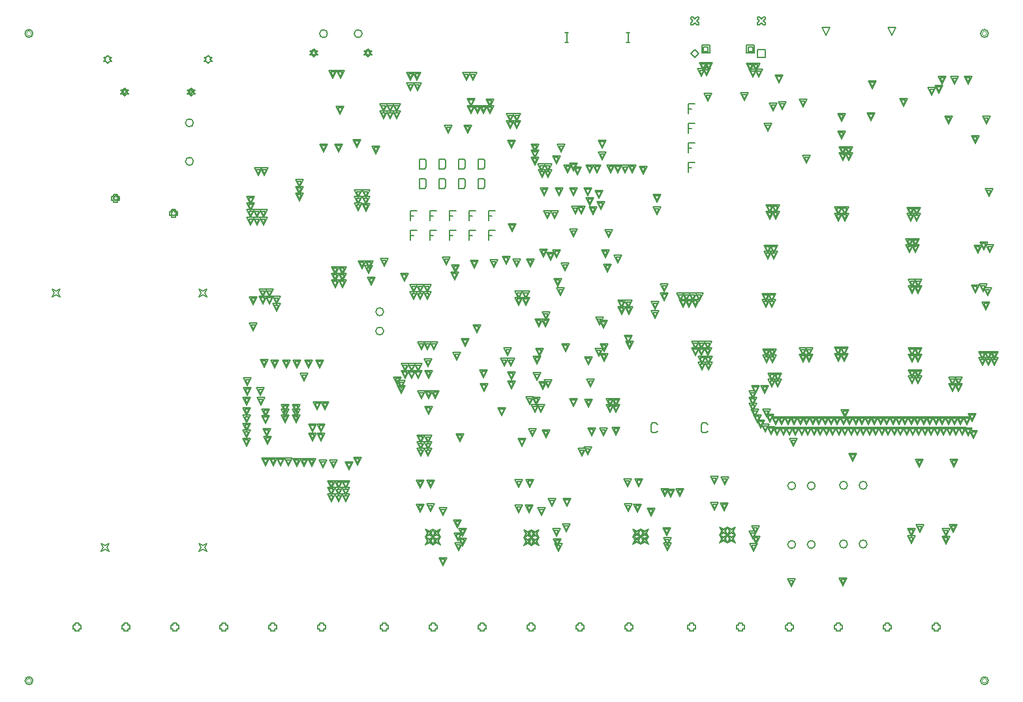
<source format=gbr>
%TF.GenerationSoftware,Altium Limited,Altium Designer,22.5.1 (42)*%
G04 Layer_Color=2752767*
%FSLAX45Y45*%
%MOMM*%
%TF.SameCoordinates,BCC7A4F8-9605-4868-ACEC-D28EECC8EA53*%
%TF.FilePolarity,Positive*%
%TF.FileFunction,Drawing*%
%TF.Part,Single*%
G01*
G75*
%TA.AperFunction,NonConductor*%
%ADD112C,0.12700*%
%ADD248C,0.16933*%
%ADD249C,0.10160*%
D112*
X9755231Y8392457D02*
Y8494057D01*
X9856831D01*
Y8392457D01*
X9755231D01*
Y8812460D02*
X9780631D01*
X9806031Y8837860D01*
X9831431Y8812460D01*
X9856831D01*
Y8837860D01*
X9831431Y8863260D01*
X9856831Y8888660D01*
Y8914060D01*
X9831431D01*
X9806031Y8888660D01*
X9780631Y8914060D01*
X9755231D01*
Y8888660D01*
X9780631Y8863260D01*
X9755231Y8837860D01*
Y8812460D01*
X8890229Y8443261D02*
X8941029Y8494061D01*
X8991829Y8443261D01*
X8941029Y8392461D01*
X8890229Y8443261D01*
Y8812460D02*
X8915629D01*
X8941029Y8837860D01*
X8966429Y8812460D01*
X8991829D01*
Y8837860D01*
X8966429Y8863260D01*
X8991829Y8888660D01*
Y8914060D01*
X8966429D01*
X8941029Y8888660D01*
X8915629Y8914060D01*
X8890229D01*
Y8888660D01*
X8915629Y8863260D01*
X8890229Y8837860D01*
Y8812460D01*
X9611726Y8444470D02*
Y8546070D01*
X9713326D01*
Y8444470D01*
X9611726D01*
X9632046Y8464790D02*
Y8525750D01*
X9693006D01*
Y8464790D01*
X9632046D01*
X9033724Y8444470D02*
Y8546070D01*
X9135324D01*
Y8444470D01*
X9033724D01*
X9054044Y8464790D02*
Y8525750D01*
X9115004D01*
Y8464790D01*
X9054044D01*
X1321690Y8313260D02*
X1347090Y8338660D01*
X1372490D01*
X1347090Y8364060D01*
X1372490Y8389460D01*
X1347090D01*
X1321690Y8414860D01*
X1296290Y8389460D01*
X1270890D01*
X1296290Y8364060D01*
X1270890Y8338660D01*
X1296290D01*
X1321690Y8313260D01*
X1541707Y7893271D02*
X1567107Y7918671D01*
X1592507D01*
X1567107Y7944071D01*
X1592507Y7969471D01*
X1567107D01*
X1541707Y7994871D01*
X1516307Y7969471D01*
X1490907D01*
X1516307Y7944071D01*
X1490907Y7918671D01*
X1516307D01*
X1541707Y7893271D01*
Y7913591D02*
X1556947Y7928831D01*
X1572187D01*
X1556947Y7944071D01*
X1572187Y7959311D01*
X1556947D01*
X1541707Y7974551D01*
X1526467Y7959311D01*
X1511227D01*
X1526467Y7944071D01*
X1511227Y7928831D01*
X1526467D01*
X1541707Y7913591D01*
X2401716Y7893271D02*
X2427116Y7918671D01*
X2452516D01*
X2427116Y7944071D01*
X2452516Y7969471D01*
X2427116D01*
X2401716Y7994871D01*
X2376316Y7969471D01*
X2350916D01*
X2376316Y7944071D01*
X2350916Y7918671D01*
X2376316D01*
X2401716Y7893271D01*
Y7913591D02*
X2416956Y7928831D01*
X2432196D01*
X2416956Y7944071D01*
X2432196Y7959311D01*
X2416956D01*
X2401716Y7974551D01*
X2386476Y7959311D01*
X2371236D01*
X2386476Y7944071D01*
X2371236Y7928831D01*
X2386476D01*
X2401716Y7913591D01*
X2621713Y8313260D02*
X2647113Y8338660D01*
X2672513D01*
X2647113Y8364060D01*
X2672513Y8389460D01*
X2647113D01*
X2621713Y8414860D01*
X2596313Y8389460D01*
X2570913D01*
X2596313Y8364060D01*
X2570913Y8338660D01*
X2596313D01*
X2621713Y8313260D01*
X600010Y5277470D02*
X625410Y5328270D01*
X600010Y5379070D01*
X650810Y5353670D01*
X701610Y5379070D01*
X676210Y5328270D01*
X701610Y5277470D01*
X650810Y5302870D01*
X600010Y5277470D01*
X2505010D02*
X2530410Y5328270D01*
X2505010Y5379070D01*
X2555810Y5353670D01*
X2606610Y5379070D01*
X2581210Y5328270D01*
X2606610Y5277470D01*
X2555810Y5302870D01*
X2505010Y5277470D01*
X1235010Y1975470D02*
X1260410Y2026270D01*
X1235010Y2077070D01*
X1285810Y2051670D01*
X1336610Y2077070D01*
X1311210Y2026270D01*
X1336610Y1975470D01*
X1285810Y2000870D01*
X1235010Y1975470D01*
X2505010D02*
X2530410Y2026270D01*
X2505010Y2077070D01*
X2555810Y2051670D01*
X2606610Y2077070D01*
X2581210Y2026270D01*
X2606610Y1975470D01*
X2555810Y2000870D01*
X2505010Y1975470D01*
X1400450Y6537110D02*
Y6511710D01*
X1451250D01*
Y6537110D01*
X1476650D01*
Y6587910D01*
X1451250D01*
Y6613310D01*
X1400450D01*
Y6587910D01*
X1375050D01*
Y6537110D01*
X1400450D01*
X1410610Y6547270D02*
Y6532030D01*
X1441090D01*
Y6547270D01*
X1456330D01*
Y6577750D01*
X1441090D01*
Y6592990D01*
X1410610D01*
Y6577750D01*
X1395370D01*
Y6547270D01*
X1410610D01*
X2152150Y6340910D02*
Y6315510D01*
X2202950D01*
Y6340910D01*
X2228350D01*
Y6391710D01*
X2202950D01*
Y6417110D01*
X2152150D01*
Y6391710D01*
X2126750D01*
Y6340910D01*
X2152150D01*
X2162310Y6351070D02*
Y6335830D01*
X2192790D01*
Y6351070D01*
X2208030D01*
Y6381550D01*
X2192790D01*
Y6396790D01*
X2162310D01*
Y6381550D01*
X2147070D01*
Y6351070D01*
X2162310D01*
X8938349Y7024809D02*
X8853710D01*
Y6961329D01*
X8896030D01*
X8853710D01*
Y6897850D01*
X8938349Y7278809D02*
X8853710D01*
Y7215329D01*
X8896030D01*
X8853710D01*
Y7151850D01*
X8938349Y7786809D02*
X8853710D01*
Y7723329D01*
X8896030D01*
X8853710D01*
Y7659850D01*
X8938349Y7532809D02*
X8853710D01*
Y7469329D01*
X8896030D01*
X8853710D01*
Y7405850D01*
X8055227Y8706288D02*
X8097547D01*
X8076387D01*
Y8579330D01*
X8055227D01*
X8097547D01*
X7257210Y8706288D02*
X7299530D01*
X7278370D01*
Y8579330D01*
X7257210D01*
X7299530D01*
X4697389Y8396138D02*
X4722789Y8421538D01*
X4748189D01*
X4722789Y8446938D01*
X4748189Y8472338D01*
X4722789D01*
X4697389Y8497738D01*
X4671989Y8472338D01*
X4646589D01*
X4671989Y8446938D01*
X4646589Y8421538D01*
X4671989D01*
X4697389Y8396138D01*
Y8416458D02*
X4712629Y8431698D01*
X4727869D01*
X4712629Y8446938D01*
X4727869Y8462178D01*
X4712629D01*
X4697389Y8477418D01*
X4682149Y8462178D01*
X4666909D01*
X4682149Y8446938D01*
X4666909Y8431698D01*
X4682149D01*
X4697389Y8416458D01*
X3997391Y8396138D02*
X4022791Y8421538D01*
X4048191D01*
X4022791Y8446938D01*
X4048191Y8472338D01*
X4022791D01*
X3997391Y8497738D01*
X3971991Y8472338D01*
X3946591D01*
X3971991Y8446938D01*
X3946591Y8421538D01*
X3971991D01*
X3997391Y8396138D01*
Y8416458D02*
X4012631Y8431698D01*
X4027871D01*
X4012631Y8446938D01*
X4027871Y8462178D01*
X4012631D01*
X3997391Y8477418D01*
X3982151Y8462178D01*
X3966911D01*
X3982151Y8446938D01*
X3966911Y8431698D01*
X3982151D01*
X3997391Y8416458D01*
X1529008Y972880D02*
Y947480D01*
X1579808D01*
Y972880D01*
X1605208D01*
Y1023680D01*
X1579808D01*
Y1049080D01*
X1529008D01*
Y1023680D01*
X1503608D01*
Y972880D01*
X1529008D01*
X894010D02*
Y947480D01*
X944810D01*
Y972880D01*
X970210D01*
Y1023680D01*
X944810D01*
Y1049080D01*
X894010D01*
Y1023680D01*
X868610D01*
Y972880D01*
X894010D01*
X2164008D02*
Y947480D01*
X2214808D01*
Y972880D01*
X2240208D01*
Y1023680D01*
X2214808D01*
Y1049080D01*
X2164008D01*
Y1023680D01*
X2138608D01*
Y972880D01*
X2164008D01*
X2799008D02*
Y947480D01*
X2849808D01*
Y972880D01*
X2875208D01*
Y1023680D01*
X2849808D01*
Y1049080D01*
X2799008D01*
Y1023680D01*
X2773608D01*
Y972880D01*
X2799008D01*
X3434008D02*
Y947480D01*
X3484808D01*
Y972880D01*
X3510208D01*
Y1023680D01*
X3484808D01*
Y1049080D01*
X3434008D01*
Y1023680D01*
X3408608D01*
Y972880D01*
X3434008D01*
X4069008D02*
Y947480D01*
X4119808D01*
Y972880D01*
X4145208D01*
Y1023680D01*
X4119808D01*
Y1049080D01*
X4069008D01*
Y1023680D01*
X4043608D01*
Y972880D01*
X4069008D01*
X5335199Y6142299D02*
X5250560D01*
Y6078819D01*
X5292880D01*
X5250560D01*
Y6015340D01*
X5335199Y6396299D02*
X5250560D01*
Y6332819D01*
X5292880D01*
X5250560D01*
Y6269340D01*
X5589199Y6142299D02*
X5504560D01*
Y6078819D01*
X5546880D01*
X5504560D01*
Y6015340D01*
X5589199Y6396299D02*
X5504560D01*
Y6332819D01*
X5546880D01*
X5504560D01*
Y6269340D01*
X5843199Y6142299D02*
X5758560D01*
Y6078819D01*
X5800880D01*
X5758560D01*
Y6015340D01*
X5843199Y6396299D02*
X5758560D01*
Y6332819D01*
X5800880D01*
X5758560D01*
Y6269340D01*
X6097199Y6142299D02*
X6012560D01*
Y6078819D01*
X6054880D01*
X6012560D01*
Y6015340D01*
X6097199Y6396299D02*
X6012560D01*
Y6332819D01*
X6054880D01*
X6012560D01*
Y6269340D01*
X6351199Y6142299D02*
X6266560D01*
Y6078819D01*
X6308880D01*
X6266560D01*
Y6015340D01*
X6351199Y6396299D02*
X6266560D01*
Y6332819D01*
X6308880D01*
X6266560D01*
Y6269340D01*
X6131530Y6815669D02*
Y6688710D01*
X6195009D01*
X6216169Y6709870D01*
Y6794509D01*
X6195009Y6815669D01*
X6131530D01*
X5877530D02*
Y6688710D01*
X5941009D01*
X5962169Y6709870D01*
Y6794509D01*
X5941009Y6815669D01*
X5877530D01*
X5623530D02*
Y6688710D01*
X5687009D01*
X5708169Y6709870D01*
Y6794509D01*
X5687009Y6815669D01*
X5623530D01*
X5369530D02*
Y6688710D01*
X5433009D01*
X5454169Y6709870D01*
Y6794509D01*
X5433009Y6815669D01*
X5369530D01*
Y7069669D02*
Y6942710D01*
X5433009D01*
X5454169Y6963870D01*
Y7048509D01*
X5433009Y7069669D01*
X5369530D01*
X5623530D02*
Y6942710D01*
X5687009D01*
X5708169Y6963870D01*
Y7048509D01*
X5687009Y7069669D01*
X5623530D01*
X5877530D02*
Y6942710D01*
X5941009D01*
X5962169Y6963870D01*
Y7048509D01*
X5941009Y7069669D01*
X5877530D01*
X6131530D02*
Y6942710D01*
X6195009D01*
X6216169Y6963870D01*
Y7048509D01*
X6195009Y7069669D01*
X6131530D01*
X4883995Y972880D02*
Y947480D01*
X4934795D01*
Y972880D01*
X4960195D01*
Y1023680D01*
X4934795D01*
Y1049080D01*
X4883995D01*
Y1023680D01*
X4858595D01*
Y972880D01*
X4883995D01*
X5518993D02*
Y947480D01*
X5569793D01*
Y972880D01*
X5595193D01*
Y1023680D01*
X5569793D01*
Y1049080D01*
X5518993D01*
Y1023680D01*
X5493593D01*
Y972880D01*
X5518993D01*
X6153993D02*
Y947480D01*
X6204793D01*
Y972880D01*
X6230193D01*
Y1023680D01*
X6204793D01*
Y1049080D01*
X6153993D01*
Y1023680D01*
X6128593D01*
Y972880D01*
X6153993D01*
X6788993D02*
Y947480D01*
X6839793D01*
Y972880D01*
X6865193D01*
Y1023680D01*
X6839793D01*
Y1049080D01*
X6788993D01*
Y1023680D01*
X6763593D01*
Y972880D01*
X6788993D01*
X7423993D02*
Y947480D01*
X7474793D01*
Y972880D01*
X7500193D01*
Y1023680D01*
X7474793D01*
Y1049080D01*
X7423993D01*
Y1023680D01*
X7398593D01*
Y972880D01*
X7423993D01*
X8058993D02*
Y947480D01*
X8109793D01*
Y972880D01*
X8135193D01*
Y1023680D01*
X8109793D01*
Y1049080D01*
X8058993D01*
Y1023680D01*
X8033593D01*
Y972880D01*
X8058993D01*
X8873980D02*
Y947480D01*
X8924780D01*
Y972880D01*
X8950180D01*
Y1023680D01*
X8924780D01*
Y1049080D01*
X8873980D01*
Y1023680D01*
X8848580D01*
Y972880D01*
X8873980D01*
X9508977D02*
Y947480D01*
X9559777D01*
Y972880D01*
X9585177D01*
Y1023680D01*
X9559777D01*
Y1049080D01*
X9508977D01*
Y1023680D01*
X9483577D01*
Y972880D01*
X9508977D01*
X10143977D02*
Y947480D01*
X10194777D01*
Y972880D01*
X10220177D01*
Y1023680D01*
X10194777D01*
Y1049080D01*
X10143977D01*
Y1023680D01*
X10118577D01*
Y972880D01*
X10143977D01*
X10778977D02*
Y947480D01*
X10829777D01*
Y972880D01*
X10855177D01*
Y1023680D01*
X10829777D01*
Y1049080D01*
X10778977D01*
Y1023680D01*
X10753577D01*
Y972880D01*
X10778977D01*
X11413977D02*
Y947480D01*
X11464777D01*
Y972880D01*
X11490177D01*
Y1023680D01*
X11464777D01*
Y1049080D01*
X11413977D01*
Y1023680D01*
X11388577D01*
Y972880D01*
X11413977D01*
X12048977D02*
Y947480D01*
X12099777D01*
Y972880D01*
X12125177D01*
Y1023680D01*
X12099777D01*
Y1049080D01*
X12048977D01*
Y1023680D01*
X12023577D01*
Y972880D01*
X12048977D01*
X11496988Y8672527D02*
X11446188Y8774127D01*
X11547788D01*
X11496988Y8672527D01*
X10647002D02*
X10596202Y8774127D01*
X10697802D01*
X10647002Y8672527D01*
X8458029Y3622239D02*
X8436869Y3643399D01*
X8394550D01*
X8373390Y3622239D01*
Y3537600D01*
X8394550Y3516440D01*
X8436869D01*
X8458029Y3537600D01*
X9108030Y3622239D02*
X9086870Y3643399D01*
X9044550D01*
X9023390Y3622239D01*
Y3537600D01*
X9044550Y3516440D01*
X9086870D01*
X9108030Y3537600D01*
X5889952Y3405365D02*
X5839152Y3506965D01*
X5940752D01*
X5889952Y3405365D01*
Y3425685D02*
X5859472Y3486645D01*
X5920432D01*
X5889952Y3425685D01*
X12306330Y3075140D02*
X12255530Y3176740D01*
X12357130D01*
X12306330Y3075140D01*
Y3095460D02*
X12275850Y3156420D01*
X12336810D01*
X12306330Y3095460D01*
X9196539Y2511019D02*
X9145739Y2612619D01*
X9247339D01*
X9196539Y2511019D01*
Y2531339D02*
X9166059Y2592299D01*
X9227019D01*
X9196539Y2531339D01*
X8628687Y2686121D02*
X8577887Y2787721D01*
X8679487D01*
X8628687Y2686121D01*
Y2706441D02*
X8598207Y2767401D01*
X8659167D01*
X8628687Y2706441D01*
X9324809Y2507479D02*
X9274009Y2609079D01*
X9375609D01*
X9324809Y2507479D01*
Y2527799D02*
X9294329Y2588759D01*
X9355289D01*
X9324809Y2527799D01*
X8748250Y2692290D02*
X8697450Y2793890D01*
X8799050D01*
X8748250Y2692290D01*
Y2712610D02*
X8717770Y2773570D01*
X8778730D01*
X8748250Y2712610D01*
X8552910Y2692370D02*
X8502110Y2793970D01*
X8603710D01*
X8552910Y2692370D01*
Y2712690D02*
X8522430Y2773650D01*
X8583390D01*
X8552910Y2712690D01*
X9329270Y2841180D02*
X9278470Y2942780D01*
X9380070D01*
X9329270Y2841180D01*
Y2861500D02*
X9298790Y2922460D01*
X9359750D01*
X9329270Y2861500D01*
X8066000Y2813860D02*
X8015200Y2915460D01*
X8116800D01*
X8066000Y2813860D01*
Y2834180D02*
X8035520Y2895140D01*
X8096480D01*
X8066000Y2834180D01*
X8214420Y2817630D02*
X8163620Y2919230D01*
X8265220D01*
X8214420Y2817630D01*
Y2837950D02*
X8183940Y2898910D01*
X8244900D01*
X8214420Y2837950D01*
X9192110Y2848040D02*
X9141310Y2949640D01*
X9242910D01*
X9192110Y2848040D01*
Y2868360D02*
X9161630Y2929320D01*
X9222590D01*
X9192110Y2868360D01*
X7201530Y5296150D02*
X7150730Y5397750D01*
X7252330D01*
X7201530Y5296150D01*
Y5316470D02*
X7171050Y5377430D01*
X7232010D01*
X7201530Y5316470D01*
X7718280Y6415450D02*
X7667480Y6517050D01*
X7769080D01*
X7718280Y6415450D01*
Y6435770D02*
X7687800Y6496730D01*
X7748760D01*
X7718280Y6435770D01*
X7616600Y6352270D02*
X7565800Y6453870D01*
X7667400D01*
X7616600Y6352270D01*
Y6372590D02*
X7586120Y6433550D01*
X7647080D01*
X7616600Y6372590D01*
X6570960Y6131990D02*
X6520160Y6233590D01*
X6621760D01*
X6570960Y6131990D01*
Y6152310D02*
X6540480Y6213270D01*
X6601440D01*
X6570960Y6152310D01*
X4900923Y7590360D02*
X4850123Y7691960D01*
X4951723D01*
X4900923Y7590360D01*
Y7610680D02*
X4870443Y7671640D01*
X4931403D01*
X4900923Y7610680D01*
X5717860Y5694249D02*
X5667060Y5795849D01*
X5768660D01*
X5717860Y5694249D01*
Y5714569D02*
X5687380Y5775529D01*
X5748340D01*
X5717860Y5714569D01*
X6698640Y3342890D02*
X6647840Y3444490D01*
X6749440D01*
X6698640Y3342890D01*
Y3363210D02*
X6668160Y3424170D01*
X6729120D01*
X6698640Y3363210D01*
X9091661Y8150387D02*
X9040861Y8251987D01*
X9142461D01*
X9091661Y8150387D01*
Y8170707D02*
X9061181Y8231667D01*
X9122141D01*
X9091661Y8170707D01*
X3179650Y6209800D02*
X3128850Y6311400D01*
X3230450D01*
X3179650Y6209800D01*
Y6230120D02*
X3149170Y6291080D01*
X3210130D01*
X3179650Y6230120D01*
X3342990Y6209800D02*
X3292190Y6311400D01*
X3393790D01*
X3342990Y6209800D01*
Y6230120D02*
X3312510Y6291080D01*
X3373470D01*
X3342990Y6230120D01*
X3257484Y6209800D02*
X3206684Y6311400D01*
X3308284D01*
X3257484Y6209800D01*
Y6230120D02*
X3227004Y6291080D01*
X3287964D01*
X3257484Y6230120D01*
X3808730Y6700156D02*
X3757930Y6801756D01*
X3859530D01*
X3808730Y6700156D01*
Y6720476D02*
X3778250Y6781436D01*
X3839210D01*
X3808730Y6720476D01*
Y6614650D02*
X3757930Y6716250D01*
X3859530D01*
X3808730Y6614650D01*
Y6634970D02*
X3778250Y6695930D01*
X3839210D01*
X3808730Y6634970D01*
Y6528690D02*
X3757930Y6630290D01*
X3859530D01*
X3808730Y6528690D01*
Y6549010D02*
X3778250Y6609970D01*
X3839210D01*
X3808730Y6549010D01*
X3257484Y6312380D02*
X3206684Y6413980D01*
X3308284D01*
X3257484Y6312380D01*
Y6332700D02*
X3227004Y6393660D01*
X3287964D01*
X3257484Y6332700D01*
X3342990Y6312380D02*
X3292190Y6413980D01*
X3393790D01*
X3342990Y6312380D01*
Y6332700D02*
X3312510Y6393660D01*
X3373470D01*
X3342990Y6332700D01*
X3179650Y6312380D02*
X3128850Y6413980D01*
X3230450D01*
X3179650Y6312380D01*
Y6332700D02*
X3149170Y6393660D01*
X3210130D01*
X3179650Y6332700D01*
Y6398341D02*
X3128850Y6499941D01*
X3230450D01*
X3179650Y6398341D01*
Y6418661D02*
X3149170Y6479621D01*
X3210130D01*
X3179650Y6418661D01*
Y6483847D02*
X3128850Y6585447D01*
X3230450D01*
X3179650Y6483847D01*
Y6504167D02*
X3149170Y6565127D01*
X3210130D01*
X3179650Y6504167D01*
X12018620Y7895370D02*
X11967820Y7996970D01*
X12069420D01*
X12018620Y7895370D01*
Y7915690D02*
X11988140Y7976650D01*
X12049100D01*
X12018620Y7915690D01*
X12107243Y7923995D02*
X12056443Y8025595D01*
X12158043D01*
X12107243Y7923995D01*
Y7944315D02*
X12076763Y8005275D01*
X12137723D01*
X12107243Y7944315D01*
X12153020Y8043580D02*
X12102220Y8145180D01*
X12203820D01*
X12153020Y8043580D01*
Y8063900D02*
X12122540Y8124860D01*
X12183500D01*
X12153020Y8063900D01*
X11857870Y3075140D02*
X11807070Y3176740D01*
X11908670D01*
X11857870Y3075140D01*
Y3095460D02*
X11827390Y3156420D01*
X11888350D01*
X11857870Y3095460D01*
X7779930Y5790980D02*
X7729130Y5892580D01*
X7830730D01*
X7779930Y5790980D01*
Y5811300D02*
X7749450Y5872260D01*
X7810410D01*
X7779930Y5811300D01*
X7808340Y5605970D02*
X7757540Y5707570D01*
X7859140D01*
X7808340Y5605970D01*
Y5626290D02*
X7777860Y5687250D01*
X7838820D01*
X7808340Y5626290D01*
X6988152Y6593016D02*
X6937352Y6694616D01*
X7038952D01*
X6988152Y6593016D01*
Y6613336D02*
X6957672Y6674296D01*
X7018632D01*
X6988152Y6613336D01*
X7176698Y6593016D02*
X7125898Y6694616D01*
X7227498D01*
X7176698Y6593016D01*
Y6613336D02*
X7146218Y6674296D01*
X7207178D01*
X7176698Y6613336D01*
X7365245Y6593016D02*
X7314445Y6694616D01*
X7416045D01*
X7365245Y6593016D01*
Y6613336D02*
X7334765Y6674296D01*
X7395725D01*
X7365245Y6613336D01*
X7553791Y6593016D02*
X7502991Y6694616D01*
X7604591D01*
X7553791Y6593016D01*
Y6613336D02*
X7523311Y6674296D01*
X7584271D01*
X7553791Y6613336D01*
X7581087Y6469949D02*
X7530287Y6571549D01*
X7631887D01*
X7581087Y6469949D01*
Y6490269D02*
X7550607Y6551229D01*
X7611567D01*
X7581087Y6490269D01*
X7696805Y6559558D02*
X7646005Y6661158D01*
X7747605D01*
X7696805Y6559558D01*
Y6579878D02*
X7666325Y6640838D01*
X7727285D01*
X7696805Y6579878D01*
X7822280Y6049660D02*
X7771480Y6151260D01*
X7873080D01*
X7822280Y6049660D01*
Y6069980D02*
X7791800Y6130940D01*
X7852760D01*
X7822280Y6069980D01*
X7944160Y5720170D02*
X7893360Y5821770D01*
X7994960D01*
X7944160Y5720170D01*
Y5740490D02*
X7913680Y5801450D01*
X7974640D01*
X7944160Y5740490D01*
X9959000Y7690900D02*
X9908200Y7792500D01*
X10009800D01*
X9959000Y7690900D01*
Y7711220D02*
X9928520Y7772180D01*
X9989480D01*
X9959000Y7711220D01*
X10075202Y7707336D02*
X10024402Y7808936D01*
X10126002D01*
X10075202Y7707336D01*
Y7727656D02*
X10044722Y7788616D01*
X10105682D01*
X10075202Y7727656D01*
X10033806Y8058956D02*
X9983006Y8160556D01*
X10084606D01*
X10033806Y8058956D01*
Y8079276D02*
X10003326Y8140236D01*
X10064286D01*
X10033806Y8079276D01*
X9890480Y7428460D02*
X9839680Y7530060D01*
X9941280D01*
X9890480Y7428460D01*
Y7448780D02*
X9860000Y7509740D01*
X9920960D01*
X9890480Y7448780D01*
X6837120Y3468480D02*
X6786320Y3570080D01*
X6887920D01*
X6837120Y3468480D01*
Y3488800D02*
X6806640Y3549760D01*
X6867600D01*
X6837120Y3488800D01*
X7007060Y3456460D02*
X6956260Y3558060D01*
X7057860D01*
X7007060Y3456460D01*
Y3476780D02*
X6976580Y3537740D01*
X7037540D01*
X7007060Y3476780D01*
X7039891Y4101923D02*
X6989091Y4203523D01*
X7090691D01*
X7039891Y4101923D01*
Y4122243D02*
X7009411Y4183203D01*
X7070371D01*
X7039891Y4122243D01*
X6795980Y3883340D02*
X6745180Y3984940D01*
X6846780D01*
X6795980Y3883340D01*
Y3903660D02*
X6765500Y3964620D01*
X6826460D01*
X6795980Y3903660D01*
X6883250Y3878400D02*
X6832450Y3980000D01*
X6934050D01*
X6883250Y3878400D01*
Y3898720D02*
X6852770Y3959680D01*
X6913730D01*
X6883250Y3898720D01*
X6556773Y4382889D02*
X6505973Y4484489D01*
X6607573D01*
X6556773Y4382889D01*
Y4403209D02*
X6526293Y4464169D01*
X6587253D01*
X6556773Y4403209D01*
X6467272Y4382889D02*
X6416472Y4484489D01*
X6518072D01*
X6467272Y4382889D01*
Y4403209D02*
X6436792Y4464169D01*
X6497752D01*
X6467272Y4403209D01*
X7262602Y4570748D02*
X7211802Y4672348D01*
X7313402D01*
X7262602Y4570748D01*
Y4591068D02*
X7232122Y4652028D01*
X7293082D01*
X7262602Y4591068D01*
X7005310Y4893640D02*
X6954510Y4995240D01*
X7056110D01*
X7005310Y4893640D01*
Y4913960D02*
X6974830Y4974920D01*
X7035790D01*
X7005310Y4913960D01*
X6915810Y4893640D02*
X6865010Y4995240D01*
X6966610D01*
X6915810Y4893640D01*
Y4913960D02*
X6885330Y4974920D01*
X6946290D01*
X6915810Y4913960D01*
X8077309Y4679540D02*
X8026509Y4781140D01*
X8128109D01*
X8077309Y4679540D01*
Y4699860D02*
X8046829Y4760820D01*
X8107789D01*
X8077309Y4699860D01*
X8093310Y4605420D02*
X8042510Y4707020D01*
X8144110D01*
X8093310Y4605420D01*
Y4625740D02*
X8062830Y4686700D01*
X8123790D01*
X8093310Y4625740D01*
X3767250Y3650380D02*
X3716450Y3751980D01*
X3818050D01*
X3767250Y3650380D01*
Y3670700D02*
X3736770Y3731660D01*
X3797730D01*
X3767250Y3670700D01*
Y3786520D02*
X3716450Y3888120D01*
X3818050D01*
X3767250Y3786520D01*
Y3806840D02*
X3736770Y3867800D01*
X3797730D01*
X3767250Y3806840D01*
Y3719463D02*
X3716450Y3821063D01*
X3818050D01*
X3767250Y3719463D01*
Y3739783D02*
X3736770Y3800743D01*
X3797730D01*
X3767250Y3739783D01*
X3628060Y3719463D02*
X3577260Y3821063D01*
X3678860D01*
X3628060Y3719463D01*
Y3739783D02*
X3597580Y3800743D01*
X3658540D01*
X3628060Y3739783D01*
Y3650380D02*
X3577260Y3751980D01*
X3678860D01*
X3628060Y3650380D01*
Y3670700D02*
X3597580Y3731660D01*
X3658540D01*
X3628060Y3670700D01*
Y3786520D02*
X3577260Y3888120D01*
X3678860D01*
X3628060Y3786520D01*
Y3806840D02*
X3597580Y3867800D01*
X3658540D01*
X3628060Y3806840D01*
X4144945Y3818088D02*
X4094145Y3919688D01*
X4195745D01*
X4144945Y3818088D01*
Y3838408D02*
X4114465Y3899368D01*
X4175425D01*
X4144945Y3838408D01*
X4043530Y3816520D02*
X3992730Y3918120D01*
X4094330D01*
X4043530Y3816520D01*
Y3836840D02*
X4013050Y3897800D01*
X4074010D01*
X4043530Y3836840D01*
X12581230Y7275340D02*
X12530430Y7376940D01*
X12632030D01*
X12581230Y7275340D01*
Y7295660D02*
X12550750Y7356620D01*
X12611710D01*
X12581230Y7295660D01*
X6925060Y4511480D02*
X6874260Y4613080D01*
X6975860D01*
X6925060Y4511480D01*
Y4531800D02*
X6894580Y4592760D01*
X6955540D01*
X6925060Y4531800D01*
X6434909Y3740539D02*
X6384109Y3842139D01*
X6485709D01*
X6434909Y3740539D01*
Y3760859D02*
X6404429Y3821819D01*
X6465389D01*
X6434909Y3760859D01*
X6202220Y4231120D02*
X6151420Y4332720D01*
X6253020D01*
X6202220Y4231120D01*
Y4251440D02*
X6171740Y4312400D01*
X6232700D01*
X6202220Y4251440D01*
X6514505Y4518240D02*
X6463705Y4619840D01*
X6565305D01*
X6514505Y4518240D01*
Y4538560D02*
X6484025Y4599520D01*
X6544985D01*
X6514505Y4538560D01*
X6892080Y4194010D02*
X6841280Y4295610D01*
X6942880D01*
X6892080Y4194010D01*
Y4214330D02*
X6861600Y4275290D01*
X6922560D01*
X6892080Y4214330D01*
X4367120Y5400850D02*
X4316320Y5502450D01*
X4417920D01*
X4367120Y5400850D01*
Y5421170D02*
X4336640Y5482130D01*
X4397600D01*
X4367120Y5421170D01*
X4274690Y5486356D02*
X4223890Y5587956D01*
X4325490D01*
X4274690Y5486356D01*
Y5506676D02*
X4244210Y5567636D01*
X4305170D01*
X4274690Y5506676D01*
X4367120Y5486356D02*
X4316320Y5587956D01*
X4417920D01*
X4367120Y5486356D01*
Y5506676D02*
X4336640Y5567636D01*
X4397600D01*
X4367120Y5506676D01*
X4274690Y5400850D02*
X4223890Y5502450D01*
X4325490D01*
X4274690Y5400850D01*
Y5421170D02*
X4244210Y5482130D01*
X4305170D01*
X4274690Y5421170D01*
X4367120Y5572317D02*
X4316320Y5673917D01*
X4417920D01*
X4367120Y5572317D01*
Y5592637D02*
X4336640Y5653597D01*
X4397600D01*
X4367120Y5592637D01*
X4274690Y5572317D02*
X4223890Y5673917D01*
X4325490D01*
X4274690Y5572317D01*
Y5592637D02*
X4244210Y5653597D01*
X4305170D01*
X4274690Y5592637D01*
X6634226Y7465317D02*
X6583426Y7566917D01*
X6685026D01*
X6634226Y7465317D01*
Y7485637D02*
X6603746Y7546597D01*
X6664706D01*
X6634226Y7485637D01*
X6548720Y7557747D02*
X6497920Y7659347D01*
X6599520D01*
X6548720Y7557747D01*
Y7578067D02*
X6518240Y7639027D01*
X6579200D01*
X6548720Y7578067D01*
Y7465317D02*
X6497920Y7566917D01*
X6599520D01*
X6548720Y7465317D01*
Y7485637D02*
X6518240Y7546597D01*
X6579200D01*
X6548720Y7485637D01*
X6634226Y7557747D02*
X6583426Y7659347D01*
X6685026D01*
X6634226Y7557747D01*
Y7578067D02*
X6603746Y7639027D01*
X6664706D01*
X6634226Y7578067D01*
X5976294Y8089850D02*
X5925494Y8191450D01*
X6027094D01*
X5976294Y8089850D01*
Y8110170D02*
X5945814Y8171130D01*
X6006774D01*
X5976294Y8110170D01*
X6061800Y8089850D02*
X6011000Y8191450D01*
X6112600D01*
X6061800Y8089850D01*
Y8110170D02*
X6031320Y8171130D01*
X6092280D01*
X6061800Y8110170D01*
X5339256Y7953560D02*
X5288456Y8055160D01*
X5390056D01*
X5339256Y7953560D01*
Y7973880D02*
X5308776Y8034840D01*
X5369736D01*
X5339256Y7973880D01*
X5251864Y8093830D02*
X5201064Y8195430D01*
X5302664D01*
X5251864Y8093830D01*
Y8114150D02*
X5221384Y8175110D01*
X5282344D01*
X5251864Y8114150D01*
X5253750Y7953560D02*
X5202950Y8055160D01*
X5304550D01*
X5253750Y7953560D01*
Y7973880D02*
X5223270Y8034840D01*
X5284230D01*
X5253750Y7973880D01*
X5337370Y8093830D02*
X5286570Y8195430D01*
X5388170D01*
X5337370Y8093830D01*
Y8114150D02*
X5306890Y8175110D01*
X5367850D01*
X5337370Y8114150D01*
X5072390Y7682790D02*
X5021590Y7784390D01*
X5123190D01*
X5072390Y7682790D01*
Y7703110D02*
X5041910Y7764070D01*
X5102870D01*
X5072390Y7703110D01*
X4986884Y7590360D02*
X4936084Y7691960D01*
X5037684D01*
X4986884Y7590360D01*
Y7610680D02*
X4956404Y7671640D01*
X5017364D01*
X4986884Y7610680D01*
Y7682790D02*
X4936084Y7784390D01*
X5037684D01*
X4986884Y7682790D01*
Y7703110D02*
X4956404Y7764070D01*
X5017364D01*
X4986884Y7703110D01*
X5072390Y7590360D02*
X5021590Y7691960D01*
X5123190D01*
X5072390Y7590360D01*
Y7610680D02*
X5041910Y7671640D01*
X5102870D01*
X5072390Y7610680D01*
X4900923Y7682790D02*
X4850123Y7784390D01*
X4951723D01*
X4900923Y7682790D01*
Y7703110D02*
X4870443Y7764070D01*
X4931403D01*
X4900923Y7703110D01*
X6119483Y7664660D02*
X6068683Y7766260D01*
X6170283D01*
X6119483Y7664660D01*
Y7684980D02*
X6089003Y7745940D01*
X6149963D01*
X6119483Y7684980D01*
X6200777Y7664660D02*
X6149977Y7766260D01*
X6251577D01*
X6200777Y7664660D01*
Y7684980D02*
X6170297Y7745940D01*
X6231257D01*
X6200777Y7684980D01*
X6038190Y7664660D02*
X5987390Y7766260D01*
X6088990D01*
X6038190Y7664660D01*
Y7684980D02*
X6007710Y7745940D01*
X6068670D01*
X6038190Y7684980D01*
X6279230Y7748790D02*
X6228430Y7850390D01*
X6330030D01*
X6279230Y7748790D01*
Y7769110D02*
X6248750Y7830070D01*
X6309710D01*
X6279230Y7769110D01*
X6038190Y7752996D02*
X5987390Y7854596D01*
X6088990D01*
X6038190Y7752996D01*
Y7773316D02*
X6007710Y7834276D01*
X6068670D01*
X6038190Y7773316D01*
X6282070Y7664660D02*
X6231270Y7766260D01*
X6332870D01*
X6282070Y7664660D01*
Y7684980D02*
X6251590Y7745940D01*
X6312550D01*
X6282070Y7684980D01*
X9771760Y8133020D02*
X9720960Y8234620D01*
X9822560D01*
X9771760Y8133020D01*
Y8153340D02*
X9741280Y8214300D01*
X9802240D01*
X9771760Y8153340D01*
X9735580Y8213210D02*
X9684780Y8314810D01*
X9786380D01*
X9735580Y8213210D01*
Y8233530D02*
X9705100Y8294490D01*
X9766060D01*
X9735580Y8233530D01*
X9658227Y8213210D02*
X9607427Y8314810D01*
X9709027D01*
X9658227Y8213210D01*
Y8233530D02*
X9627747Y8294490D01*
X9688707D01*
X9658227Y8233530D01*
X9694407Y8133020D02*
X9643607Y8234620D01*
X9745207D01*
X9694407Y8133020D01*
Y8153340D02*
X9663927Y8214300D01*
X9724887D01*
X9694407Y8153340D01*
X9028281Y8142257D02*
X8977481Y8243857D01*
X9079081D01*
X9028281Y8142257D01*
Y8162577D02*
X8997801Y8223537D01*
X9058761D01*
X9028281Y8162577D01*
X9052330Y8220260D02*
X9001530Y8321860D01*
X9103130D01*
X9052330Y8220260D01*
Y8240580D02*
X9021850Y8301540D01*
X9082810D01*
X9052330Y8240580D01*
X9123190Y8220260D02*
X9072390Y8321860D01*
X9173990D01*
X9123190Y8220260D01*
Y8240580D02*
X9092710Y8301540D01*
X9153670D01*
X9123190Y8240580D01*
X9868769Y4505556D02*
X9817969Y4607156D01*
X9919569D01*
X9868769Y4505556D01*
Y4525876D02*
X9838289Y4586836D01*
X9899249D01*
X9868769Y4525876D01*
Y4425173D02*
X9817969Y4526773D01*
X9919569D01*
X9868769Y4425173D01*
Y4445493D02*
X9838289Y4506453D01*
X9899249D01*
X9868769Y4445493D01*
X9947189Y4425173D02*
X9896389Y4526773D01*
X9997989D01*
X9947189Y4425173D01*
Y4445493D02*
X9916709Y4506453D01*
X9977669D01*
X9947189Y4445493D01*
Y4505556D02*
X9896389Y4607156D01*
X9997989D01*
X9947189Y4505556D01*
Y4525876D02*
X9916709Y4586836D01*
X9977669D01*
X9947189Y4525876D01*
X9728832Y4028667D02*
X9678032Y4130267D01*
X9779632D01*
X9728832Y4028667D01*
Y4048987D02*
X9698352Y4109947D01*
X9759312D01*
X9728832Y4048987D01*
X9693937Y3956678D02*
X9643137Y4058278D01*
X9744737D01*
X9693937Y3956678D01*
Y3976998D02*
X9663457Y4037958D01*
X9724417D01*
X9693937Y3976998D01*
Y3876679D02*
X9643137Y3978279D01*
X9744737D01*
X9693937Y3876679D01*
Y3896999D02*
X9663457Y3957959D01*
X9724417D01*
X9693937Y3896999D01*
Y3796679D02*
X9643137Y3898279D01*
X9744737D01*
X9693937Y3796679D01*
Y3816999D02*
X9663457Y3877959D01*
X9724417D01*
X9693937Y3816999D01*
X9724140Y3722599D02*
X9673340Y3824199D01*
X9774940D01*
X9724140Y3722599D01*
Y3742919D02*
X9693660Y3803879D01*
X9754620D01*
X9724140Y3742919D01*
X9753195Y3648062D02*
X9702395Y3749662D01*
X9803995D01*
X9753195Y3648062D01*
Y3668382D02*
X9722715Y3729342D01*
X9783675D01*
X9753195Y3668382D01*
X9797152Y3581221D02*
X9746352Y3682821D01*
X9847952D01*
X9797152Y3581221D01*
Y3601541D02*
X9766672Y3662501D01*
X9827632D01*
X9797152Y3601541D01*
X9856716Y3527816D02*
X9805916Y3629416D01*
X9907516D01*
X9856716Y3527816D01*
Y3548136D02*
X9826236Y3609096D01*
X9887196D01*
X9856716Y3548136D01*
X9929917Y3495543D02*
X9879117Y3597143D01*
X9980717D01*
X9929917Y3495543D01*
Y3515863D02*
X9899437Y3576823D01*
X9960397D01*
X9929917Y3515863D01*
X10009343Y3485978D02*
X9958543Y3587578D01*
X10060143D01*
X10009343Y3485978D01*
Y3506298D02*
X9978863Y3567258D01*
X10039823D01*
X10009343Y3506298D01*
X10089343Y3485978D02*
X10038543Y3587578D01*
X10140143D01*
X10089343Y3485978D01*
Y3506298D02*
X10058863Y3567258D01*
X10119823D01*
X10089343Y3506298D01*
X10169343Y3485978D02*
X10118543Y3587578D01*
X10220143D01*
X10169343Y3485978D01*
Y3506298D02*
X10138863Y3567258D01*
X10199823D01*
X10169343Y3506298D01*
X10249342Y3485978D02*
X10198542Y3587578D01*
X10300142D01*
X10249342Y3485978D01*
Y3506298D02*
X10218862Y3567258D01*
X10279822D01*
X10249342Y3506298D01*
X10329342Y3485978D02*
X10278542Y3587578D01*
X10380142D01*
X10329342Y3485978D01*
Y3506298D02*
X10298862Y3567258D01*
X10359822D01*
X10329342Y3506298D01*
X10409342Y3485978D02*
X10358542Y3587578D01*
X10460142D01*
X10409342Y3485978D01*
Y3506298D02*
X10378862Y3567258D01*
X10439822D01*
X10409342Y3506298D01*
X10489342Y3485978D02*
X10438542Y3587578D01*
X10540142D01*
X10489342Y3485978D01*
Y3506298D02*
X10458862Y3567258D01*
X10519822D01*
X10489342Y3506298D01*
X10569342Y3485978D02*
X10518542Y3587578D01*
X10620142D01*
X10569342Y3485978D01*
Y3506298D02*
X10538862Y3567258D01*
X10599822D01*
X10569342Y3506298D01*
X10649342Y3485978D02*
X10598542Y3587578D01*
X10700142D01*
X10649342Y3485978D01*
Y3506298D02*
X10618862Y3567258D01*
X10679822D01*
X10649342Y3506298D01*
X10729342Y3485978D02*
X10678542Y3587578D01*
X10780142D01*
X10729342Y3485978D01*
Y3506298D02*
X10698862Y3567258D01*
X10759822D01*
X10729342Y3506298D01*
X10809341Y3485978D02*
X10758541Y3587578D01*
X10860141D01*
X10809341Y3485978D01*
Y3506298D02*
X10778861Y3567258D01*
X10839821D01*
X10809341Y3506298D01*
X10889341Y3485978D02*
X10838541Y3587578D01*
X10940141D01*
X10889341Y3485978D01*
Y3506298D02*
X10858861Y3567258D01*
X10919821D01*
X10889341Y3506298D01*
X10969341Y3485978D02*
X10918541Y3587578D01*
X11020141D01*
X10969341Y3485978D01*
Y3506298D02*
X10938861Y3567258D01*
X10999821D01*
X10969341Y3506298D01*
X11049341Y3485978D02*
X10998541Y3587578D01*
X11100141D01*
X11049341Y3485978D01*
Y3506298D02*
X11018861Y3567258D01*
X11079821D01*
X11049341Y3506298D01*
X11129341Y3485978D02*
X11078541Y3587578D01*
X11180141D01*
X11129341Y3485978D01*
Y3506298D02*
X11098861Y3567258D01*
X11159821D01*
X11129341Y3506298D01*
X11209341Y3485978D02*
X11158541Y3587578D01*
X11260141D01*
X11209341Y3485978D01*
Y3506298D02*
X11178861Y3567258D01*
X11239821D01*
X11209341Y3506298D01*
X11289340Y3485978D02*
X11238540Y3587578D01*
X11340140D01*
X11289340Y3485978D01*
Y3506298D02*
X11258860Y3567258D01*
X11319820D01*
X11289340Y3506298D01*
X11369340Y3485978D02*
X11318540Y3587578D01*
X11420140D01*
X11369340Y3485978D01*
Y3506298D02*
X11338860Y3567258D01*
X11399820D01*
X11369340Y3506298D01*
X11449340Y3485978D02*
X11398540Y3587578D01*
X11500140D01*
X11449340Y3485978D01*
Y3506298D02*
X11418860Y3567258D01*
X11479820D01*
X11449340Y3506298D01*
X11529340Y3485978D02*
X11478540Y3587578D01*
X11580140D01*
X11529340Y3485978D01*
Y3506298D02*
X11498860Y3567258D01*
X11559820D01*
X11529340Y3506298D01*
X11609340Y3485978D02*
X11558540Y3587578D01*
X11660140D01*
X11609340Y3485978D01*
Y3506298D02*
X11578860Y3567258D01*
X11639820D01*
X11609340Y3506298D01*
X11689340Y3485978D02*
X11638540Y3587578D01*
X11740140D01*
X11689340Y3485978D01*
Y3506298D02*
X11658860Y3567258D01*
X11719820D01*
X11689340Y3506298D01*
X11769339Y3485978D02*
X11718539Y3587578D01*
X11820139D01*
X11769339Y3485978D01*
Y3506298D02*
X11738859Y3567258D01*
X11799819D01*
X11769339Y3506298D01*
X11849339Y3485978D02*
X11798539Y3587578D01*
X11900139D01*
X11849339Y3485978D01*
Y3506298D02*
X11818859Y3567258D01*
X11879819D01*
X11849339Y3506298D01*
X11929339Y3485978D02*
X11878539Y3587578D01*
X11980139D01*
X11929339Y3485978D01*
Y3506298D02*
X11898859Y3567258D01*
X11959819D01*
X11929339Y3506298D01*
X12009339Y3485978D02*
X11958539Y3587578D01*
X12060139D01*
X12009339Y3485978D01*
Y3506298D02*
X11978859Y3567258D01*
X12039819D01*
X12009339Y3506298D01*
X12089339Y3485978D02*
X12038539Y3587578D01*
X12140139D01*
X12089339Y3485978D01*
Y3506298D02*
X12058859Y3567258D01*
X12119819D01*
X12089339Y3506298D01*
X12169339Y3485978D02*
X12118539Y3587578D01*
X12220139D01*
X12169339Y3485978D01*
Y3506298D02*
X12138859Y3567258D01*
X12199819D01*
X12169339Y3506298D01*
X12249338Y3485978D02*
X12198538Y3587578D01*
X12300138D01*
X12249338Y3485978D01*
Y3506298D02*
X12218858Y3567258D01*
X12279818D01*
X12249338Y3506298D01*
X12329338Y3485978D02*
X12278538Y3587578D01*
X12380138D01*
X12329338Y3485978D01*
Y3506298D02*
X12298858Y3567258D01*
X12359818D01*
X12329338Y3506298D01*
X12409338Y3485978D02*
X12358538Y3587578D01*
X12460138D01*
X12409338Y3485978D01*
Y3506298D02*
X12378858Y3567258D01*
X12439818D01*
X12409338Y3506298D01*
X12489236Y3481928D02*
X12438436Y3583528D01*
X12540036D01*
X12489236Y3481928D01*
Y3502248D02*
X12458756Y3563208D01*
X12519716D01*
X12489236Y3502248D01*
X12559692Y3444035D02*
X12508892Y3545635D01*
X12610492D01*
X12559692Y3444035D01*
Y3464355D02*
X12529212Y3525315D01*
X12590172D01*
X12559692Y3464355D01*
X12540152Y3665266D02*
X12489352Y3766866D01*
X12590952D01*
X12540152Y3665266D01*
Y3685586D02*
X12509672Y3746546D01*
X12570632D01*
X12540152Y3685586D01*
X12471353Y3624442D02*
X12420553Y3726042D01*
X12522153D01*
X12471353Y3624442D01*
Y3644762D02*
X12440873Y3705722D01*
X12501833D01*
X12471353Y3644762D01*
X12391353Y3624442D02*
X12340553Y3726042D01*
X12442153D01*
X12391353Y3624442D01*
Y3644762D02*
X12360873Y3705722D01*
X12421833D01*
X12391353Y3644762D01*
X12311353Y3624442D02*
X12260553Y3726042D01*
X12362153D01*
X12311353Y3624442D01*
Y3644762D02*
X12280873Y3705722D01*
X12341833D01*
X12311353Y3644762D01*
X12231353Y3624442D02*
X12180553Y3726042D01*
X12282153D01*
X12231353Y3624442D01*
Y3644762D02*
X12200873Y3705722D01*
X12261833D01*
X12231353Y3644762D01*
X12151354Y3624442D02*
X12100554Y3726042D01*
X12202154D01*
X12151354Y3624442D01*
Y3644762D02*
X12120874Y3705722D01*
X12181834D01*
X12151354Y3644762D01*
X12071354Y3624442D02*
X12020554Y3726042D01*
X12122154D01*
X12071354Y3624442D01*
Y3644762D02*
X12040874Y3705722D01*
X12101834D01*
X12071354Y3644762D01*
X11991354Y3624442D02*
X11940554Y3726042D01*
X12042154D01*
X11991354Y3624442D01*
Y3644762D02*
X11960874Y3705722D01*
X12021834D01*
X11991354Y3644762D01*
X11911354Y3624442D02*
X11860554Y3726042D01*
X11962154D01*
X11911354Y3624442D01*
Y3644762D02*
X11880874Y3705722D01*
X11941834D01*
X11911354Y3644762D01*
X11831354Y3624442D02*
X11780554Y3726042D01*
X11882154D01*
X11831354Y3624442D01*
Y3644762D02*
X11800874Y3705722D01*
X11861834D01*
X11831354Y3644762D01*
X11751354Y3624442D02*
X11700554Y3726042D01*
X11802154D01*
X11751354Y3624442D01*
Y3644762D02*
X11720874Y3705722D01*
X11781834D01*
X11751354Y3644762D01*
X11671355Y3624442D02*
X11620555Y3726042D01*
X11722155D01*
X11671355Y3624442D01*
Y3644762D02*
X11640875Y3705722D01*
X11701835D01*
X11671355Y3644762D01*
X11591355Y3624442D02*
X11540555Y3726042D01*
X11642155D01*
X11591355Y3624442D01*
Y3644762D02*
X11560875Y3705722D01*
X11621835D01*
X11591355Y3644762D01*
X11511355Y3624442D02*
X11460555Y3726042D01*
X11562155D01*
X11511355Y3624442D01*
Y3644762D02*
X11480875Y3705722D01*
X11541835D01*
X11511355Y3644762D01*
X11431355Y3624442D02*
X11380555Y3726042D01*
X11482155D01*
X11431355Y3624442D01*
Y3644762D02*
X11400875Y3705722D01*
X11461835D01*
X11431355Y3644762D01*
X11351355Y3624442D02*
X11300555Y3726042D01*
X11402155D01*
X11351355Y3624442D01*
Y3644762D02*
X11320875Y3705722D01*
X11381835D01*
X11351355Y3644762D01*
X11271355Y3624442D02*
X11220555Y3726042D01*
X11322155D01*
X11271355Y3624442D01*
Y3644762D02*
X11240875Y3705722D01*
X11301835D01*
X11271355Y3644762D01*
X11191356Y3624442D02*
X11140556Y3726042D01*
X11242156D01*
X11191356Y3624442D01*
Y3644762D02*
X11160876Y3705722D01*
X11221836D01*
X11191356Y3644762D01*
X11111356Y3624442D02*
X11060556Y3726042D01*
X11162156D01*
X11111356Y3624442D01*
Y3644762D02*
X11080876Y3705722D01*
X11141836D01*
X11111356Y3644762D01*
X11031356Y3624442D02*
X10980556Y3726042D01*
X11082156D01*
X11031356Y3624442D01*
Y3644762D02*
X11000876Y3705722D01*
X11061836D01*
X11031356Y3644762D01*
X10951356Y3624442D02*
X10900556Y3726042D01*
X11002156D01*
X10951356Y3624442D01*
Y3644762D02*
X10920876Y3705722D01*
X10981836D01*
X10951356Y3644762D01*
X10871356Y3624442D02*
X10820556Y3726042D01*
X10922156D01*
X10871356Y3624442D01*
Y3644762D02*
X10840876Y3705722D01*
X10901836D01*
X10871356Y3644762D01*
X10791356Y3624442D02*
X10740556Y3726042D01*
X10842156D01*
X10791356Y3624442D01*
Y3644762D02*
X10760876Y3705722D01*
X10821836D01*
X10791356Y3644762D01*
X10711357Y3624442D02*
X10660557Y3726042D01*
X10762157D01*
X10711357Y3624442D01*
Y3644762D02*
X10680877Y3705722D01*
X10741837D01*
X10711357Y3644762D01*
X10631357Y3624442D02*
X10580557Y3726042D01*
X10682157D01*
X10631357Y3624442D01*
Y3644762D02*
X10600877Y3705722D01*
X10661837D01*
X10631357Y3644762D01*
X10551357Y3624442D02*
X10500557Y3726042D01*
X10602157D01*
X10551357Y3624442D01*
Y3644762D02*
X10520877Y3705722D01*
X10581837D01*
X10551357Y3644762D01*
X10471357Y3624442D02*
X10420557Y3726042D01*
X10522157D01*
X10471357Y3624442D01*
Y3644762D02*
X10440877Y3705722D01*
X10501837D01*
X10471357Y3644762D01*
X10391357Y3624442D02*
X10340557Y3726042D01*
X10442157D01*
X10391357Y3624442D01*
Y3644762D02*
X10360877Y3705722D01*
X10421837D01*
X10391357Y3644762D01*
X10311357Y3624442D02*
X10260557Y3726042D01*
X10362157D01*
X10311357Y3624442D01*
Y3644762D02*
X10280877Y3705722D01*
X10341837D01*
X10311357Y3644762D01*
X10231357Y3624442D02*
X10180557Y3726042D01*
X10282157D01*
X10231357Y3624442D01*
Y3644762D02*
X10200877Y3705722D01*
X10261837D01*
X10231357Y3644762D01*
X10151358Y3624442D02*
X10100558Y3726042D01*
X10202158D01*
X10151358Y3624442D01*
Y3644762D02*
X10120878Y3705722D01*
X10181838D01*
X10151358Y3644762D01*
X10071358Y3624442D02*
X10020558Y3726042D01*
X10122158D01*
X10071358Y3624442D01*
Y3644762D02*
X10040878Y3705722D01*
X10101838D01*
X10071358Y3644762D01*
X9991361Y3625158D02*
X9940561Y3726758D01*
X10042161D01*
X9991361Y3625158D01*
Y3645478D02*
X9960881Y3706438D01*
X10021841D01*
X9991361Y3645478D01*
X9917407Y3655666D02*
X9866607Y3757266D01*
X9968207D01*
X9917407Y3655666D01*
Y3675986D02*
X9886927Y3736946D01*
X9947887D01*
X9917407Y3675986D01*
X9871788Y3721384D02*
X9820988Y3822984D01*
X9922588D01*
X9871788Y3721384D01*
Y3741704D02*
X9841308Y3802664D01*
X9902268D01*
X9871788Y3741704D01*
X9848523Y4030584D02*
X9797723Y4132184D01*
X9899323D01*
X9848523Y4030584D01*
Y4050904D02*
X9818043Y4111864D01*
X9879003D01*
X9848523Y4050904D01*
X10020877Y4189470D02*
X9970077Y4291070D01*
X10071677D01*
X10020877Y4189470D01*
Y4209790D02*
X9990397Y4270750D01*
X10051357D01*
X10020877Y4209790D01*
X9942457Y4189470D02*
X9891657Y4291070D01*
X9993257D01*
X9942457Y4189470D01*
Y4209790D02*
X9911977Y4270750D01*
X9972937D01*
X9942457Y4209790D01*
X10020877Y4109087D02*
X9970077Y4210687D01*
X10071677D01*
X10020877Y4109087D01*
Y4129407D02*
X9990397Y4190367D01*
X10051357D01*
X10020877Y4129407D01*
X9942457Y4109087D02*
X9891657Y4210687D01*
X9993257D01*
X9942457Y4109087D01*
Y4129407D02*
X9911977Y4190367D01*
X9972937D01*
X9942457Y4129407D01*
X7557280Y4400710D02*
X7506480Y4502310D01*
X7608080D01*
X7557280Y4400710D01*
Y4421030D02*
X7526800Y4481990D01*
X7587760D01*
X7557280Y4421030D01*
X7756825Y4878702D02*
X7706025Y4980302D01*
X7807625D01*
X7756825Y4878702D01*
Y4899022D02*
X7726345Y4959982D01*
X7787305D01*
X7756825Y4899022D01*
X7702370Y4914920D02*
X7651570Y5016520D01*
X7753170D01*
X7702370Y4914920D01*
Y4935240D02*
X7671890Y4996200D01*
X7732850D01*
X7702370Y4935240D01*
X6491600Y5704790D02*
X6440800Y5806390D01*
X6542400D01*
X6491600Y5704790D01*
Y5725110D02*
X6461120Y5786070D01*
X6522080D01*
X6491600Y5725110D01*
X6864280Y7163770D02*
X6813480Y7265370D01*
X6915080D01*
X6864280Y7163770D01*
Y7184090D02*
X6833800Y7245050D01*
X6894760D01*
X6864280Y7184090D01*
X7027100Y6295230D02*
X6976300Y6396830D01*
X7077900D01*
X7027100Y6295230D01*
Y6315550D02*
X6996620Y6376510D01*
X7057580D01*
X7027100Y6315550D01*
X6978250Y5801540D02*
X6927450Y5903140D01*
X7029050D01*
X6978250Y5801540D01*
Y5821860D02*
X6947770Y5882820D01*
X7008730D01*
X6978250Y5821860D01*
X7587770Y4112088D02*
X7536970Y4213688D01*
X7638570D01*
X7587770Y4112088D01*
Y4132408D02*
X7557290Y4193368D01*
X7618250D01*
X7587770Y4132408D01*
X7259600Y5618210D02*
X7208800Y5719810D01*
X7310400D01*
X7259600Y5618210D01*
Y5638530D02*
X7229120Y5699490D01*
X7290080D01*
X7259600Y5638530D01*
X7160950Y5419160D02*
X7110150Y5520760D01*
X7211750D01*
X7160950Y5419160D01*
Y5439480D02*
X7130470Y5500440D01*
X7191430D01*
X7160950Y5439480D01*
X6894030Y4411360D02*
X6843230Y4512960D01*
X6944830D01*
X6894030Y4411360D01*
Y4431680D02*
X6863550Y4492640D01*
X6924510D01*
X6894030Y4431680D01*
X7071140Y5758612D02*
X7020340Y5860212D01*
X7121940D01*
X7071140Y5758612D01*
Y5778932D02*
X7040660Y5839892D01*
X7101620D01*
X7071140Y5778932D01*
X7366059Y3858674D02*
X7315259Y3960274D01*
X7416859D01*
X7366059Y3858674D01*
Y3878994D02*
X7335579Y3939954D01*
X7396539D01*
X7366059Y3878994D01*
X6866330Y3780390D02*
X6815530Y3881990D01*
X6917130D01*
X6866330Y3780390D01*
Y3800710D02*
X6835850Y3861670D01*
X6896810D01*
X6866330Y3800710D01*
X6944043Y3781097D02*
X6893243Y3882697D01*
X6994843D01*
X6944043Y3781097D01*
Y3801417D02*
X6913563Y3862377D01*
X6974523D01*
X6944043Y3801417D01*
X6560270Y4087550D02*
X6509470Y4189150D01*
X6611070D01*
X6560270Y4087550D01*
Y4107870D02*
X6529790Y4168830D01*
X6590750D01*
X6560270Y4107870D01*
X6966059Y4083310D02*
X6915259Y4184910D01*
X7016859D01*
X6966059Y4083310D01*
Y4103630D02*
X6935579Y4164590D01*
X6996539D01*
X6966059Y4103630D01*
X6559512Y4206889D02*
X6508712Y4308489D01*
X6610312D01*
X6559512Y4206889D01*
Y4227209D02*
X6529032Y4288169D01*
X6589992D01*
X6559512Y4227209D01*
X7124680Y6293560D02*
X7073880Y6395160D01*
X7175480D01*
X7124680Y6293560D01*
Y6313880D02*
X7094200Y6374840D01*
X7155160D01*
X7124680Y6313880D01*
X6332680Y5661430D02*
X6281880Y5763030D01*
X6383480D01*
X6332680Y5661430D01*
Y5681750D02*
X6302200Y5742710D01*
X6363160D01*
X6332680Y5681750D01*
X10990280Y3150110D02*
X10939480Y3251710D01*
X11041080D01*
X10990280Y3150110D01*
Y3170430D02*
X10959800Y3231390D01*
X11020760D01*
X10990280Y3170430D01*
X3122540Y3448619D02*
X3071740Y3550219D01*
X3173340D01*
X3122540Y3448619D01*
Y3468939D02*
X3092060Y3529899D01*
X3153020D01*
X3122540Y3468939D01*
Y3343389D02*
X3071740Y3444989D01*
X3173340D01*
X3122540Y3343389D01*
Y3363709D02*
X3092060Y3424669D01*
X3153020D01*
X3122540Y3363709D01*
X3126340Y3541230D02*
X3075540Y3642830D01*
X3177140D01*
X3126340Y3541230D01*
Y3561550D02*
X3095860Y3622510D01*
X3156820D01*
X3126340Y3561550D01*
X10193570Y1520660D02*
X10142770Y1622260D01*
X10244370D01*
X10193570Y1520660D01*
Y1540980D02*
X10163090Y1601940D01*
X10224050D01*
X10193570Y1540980D01*
X9585285Y7826068D02*
X9534485Y7927668D01*
X9636085D01*
X9585285Y7826068D01*
Y7846388D02*
X9554805Y7907348D01*
X9615765D01*
X9585285Y7846388D01*
X9112725Y7819038D02*
X9061925Y7920638D01*
X9163525D01*
X9112725Y7819038D01*
Y7839358D02*
X9082245Y7900318D01*
X9143205D01*
X9112725Y7839358D01*
X7388000Y6354970D02*
X7337200Y6456570D01*
X7438800D01*
X7388000Y6354970D01*
Y6375290D02*
X7357520Y6436250D01*
X7418480D01*
X7388000Y6375290D01*
X7466330Y6356310D02*
X7415530Y6457910D01*
X7517130D01*
X7466330Y6356310D01*
Y6376630D02*
X7435850Y6437590D01*
X7496810D01*
X7466330Y6376630D01*
X4560570Y3099470D02*
X4509770Y3201070D01*
X4611370D01*
X4560570Y3099470D01*
Y3119790D02*
X4530090Y3180750D01*
X4591050D01*
X4560570Y3119790D01*
X4454580Y3040960D02*
X4403780Y3142560D01*
X4505380D01*
X4454580Y3040960D01*
Y3061280D02*
X4424100Y3122240D01*
X4485060D01*
X4454580Y3061280D01*
X4253114Y3059519D02*
X4202314Y3161119D01*
X4303914D01*
X4253114Y3059519D01*
Y3079839D02*
X4222634Y3140799D01*
X4283594D01*
X4253114Y3079839D01*
X4114694Y3061649D02*
X4063894Y3163249D01*
X4165494D01*
X4114694Y3061649D01*
Y3081969D02*
X4084214Y3142929D01*
X4145174D01*
X4114694Y3081969D01*
X3773364Y3083699D02*
X3722564Y3185299D01*
X3824164D01*
X3773364Y3083699D01*
Y3104019D02*
X3742884Y3164979D01*
X3803844D01*
X3773364Y3104019D01*
X3370747Y3639587D02*
X3319947Y3741187D01*
X3421547D01*
X3370747Y3639587D01*
Y3659907D02*
X3340267Y3720867D01*
X3401227D01*
X3370747Y3659907D01*
X3374140Y3727130D02*
X3323340Y3828730D01*
X3424940D01*
X3374140Y3727130D01*
Y3747450D02*
X3343660Y3808410D01*
X3404620D01*
X3374140Y3747450D01*
X3565824Y3089139D02*
X3515024Y3190739D01*
X3616624D01*
X3565824Y3089139D01*
Y3109459D02*
X3535344Y3170419D01*
X3596304D01*
X3565824Y3109459D01*
X3667072Y3086591D02*
X3616272Y3188191D01*
X3717872D01*
X3667072Y3086591D01*
Y3106911D02*
X3636592Y3167871D01*
X3697552D01*
X3667072Y3106911D01*
X3468724Y3089569D02*
X3417924Y3191169D01*
X3519524D01*
X3468724Y3089569D01*
Y3109889D02*
X3438244Y3170849D01*
X3499204D01*
X3468724Y3109889D01*
X5480590Y3383597D02*
X5429790Y3485197D01*
X5531390D01*
X5480590Y3383597D01*
Y3403917D02*
X5450110Y3464877D01*
X5511070D01*
X5480590Y3403917D01*
X5384554Y3384922D02*
X5333754Y3486522D01*
X5435354D01*
X5384554Y3384922D01*
Y3405242D02*
X5354074Y3466202D01*
X5415034D01*
X5384554Y3405242D01*
Y3299416D02*
X5333754Y3401016D01*
X5435354D01*
X5384554Y3299416D01*
Y3319736D02*
X5354074Y3380696D01*
X5415034D01*
X5384554Y3319736D01*
X3309774Y3875059D02*
X3258974Y3976659D01*
X3360574D01*
X3309774Y3875059D01*
Y3895379D02*
X3279294Y3956339D01*
X3340254D01*
X3309774Y3895379D01*
X10222340Y3340150D02*
X10171540Y3441750D01*
X10273140D01*
X10222340Y3340150D01*
Y3360470D02*
X10191860Y3421430D01*
X10252820D01*
X10222340Y3360470D01*
X7549560Y3228390D02*
X7498760Y3329990D01*
X7600360D01*
X7549560Y3228390D01*
Y3248710D02*
X7519080Y3309670D01*
X7580040D01*
X7549560Y3248710D01*
X7473810Y3213690D02*
X7423010Y3315290D01*
X7524610D01*
X7473810Y3213690D01*
Y3234010D02*
X7443330Y3294970D01*
X7504290D01*
X7473810Y3234010D01*
X12198270Y2170069D02*
X12147470Y2271669D01*
X12249070D01*
X12198270Y2170069D01*
Y2190389D02*
X12167790Y2251349D01*
X12228750D01*
X12198270Y2190389D01*
Y2074639D02*
X12147470Y2176239D01*
X12249070D01*
X12198270Y2074639D01*
Y2094959D02*
X12167790Y2155919D01*
X12228750D01*
X12198270Y2094959D01*
X11750551Y2077950D02*
X11699751Y2179550D01*
X11801351D01*
X11750551Y2077950D01*
Y2098270D02*
X11720071Y2159230D01*
X11781031D01*
X11750551Y2098270D01*
Y2173379D02*
X11699751Y2274979D01*
X11801351D01*
X11750551Y2173379D01*
Y2193699D02*
X11720071Y2254659D01*
X11781031D01*
X11750551Y2193699D01*
X12297440Y2225980D02*
X12246640Y2327580D01*
X12348240D01*
X12297440Y2225980D01*
Y2246300D02*
X12266960Y2307260D01*
X12327920D01*
X12297440Y2246300D01*
X11859050Y2223620D02*
X11808250Y2325220D01*
X11909850D01*
X11859050Y2223620D01*
Y2243940D02*
X11828570Y2304900D01*
X11889530D01*
X11859050Y2243940D01*
X5171220Y5483970D02*
X5120420Y5585570D01*
X5222020D01*
X5171220Y5483970D01*
Y5504290D02*
X5140740Y5565250D01*
X5201700D01*
X5171220Y5504290D01*
X4907930Y5675450D02*
X4857130Y5777050D01*
X4958730D01*
X4907930Y5675450D01*
Y5695770D02*
X4877450Y5756730D01*
X4938410D01*
X4907930Y5695770D01*
X4621060Y5647930D02*
X4570260Y5749530D01*
X4671860D01*
X4621060Y5647930D01*
Y5668250D02*
X4590580Y5729210D01*
X4651540D01*
X4621060Y5668250D01*
X4712670Y5647930D02*
X4661870Y5749530D01*
X4763470D01*
X4712670Y5647930D01*
Y5668250D02*
X4682190Y5729210D01*
X4743150D01*
X4712670Y5668250D01*
X3211160Y4839560D02*
X3160360Y4941160D01*
X3261960D01*
X3211160Y4839560D01*
Y4859880D02*
X3180680Y4920840D01*
X3241640D01*
X3211160Y4859880D01*
Y5181570D02*
X3160360Y5283170D01*
X3261960D01*
X3211160Y5181570D01*
Y5201890D02*
X3180680Y5262850D01*
X3241640D01*
X3211160Y5201890D01*
X3306854Y3998879D02*
X3256054Y4100479D01*
X3357654D01*
X3306854Y3998879D01*
Y4019199D02*
X3276374Y4080159D01*
X3337334D01*
X3306854Y4019199D01*
X3385690Y3470370D02*
X3334890Y3571970D01*
X3436490D01*
X3385690Y3470370D01*
Y3490690D02*
X3355210Y3551650D01*
X3416170D01*
X3385690Y3490690D01*
X3350413Y4370353D02*
X3299613Y4471953D01*
X3401213D01*
X3350413Y4370353D01*
Y4390673D02*
X3319933Y4451633D01*
X3380893D01*
X3350413Y4390673D01*
X4802550Y7138160D02*
X4751750Y7239760D01*
X4853350D01*
X4802550Y7138160D01*
Y7158480D02*
X4772070Y7219440D01*
X4833030D01*
X4802550Y7158480D01*
X3398750Y3369250D02*
X3347950Y3470850D01*
X3449550D01*
X3398750Y3369250D01*
Y3389570D02*
X3368270Y3450530D01*
X3429230D01*
X3398750Y3389570D01*
X5824500Y5501400D02*
X5773700Y5603000D01*
X5875300D01*
X5824500Y5501400D01*
Y5521720D02*
X5794020Y5582680D01*
X5854980D01*
X5824500Y5521720D01*
X5837410Y5597280D02*
X5786610Y5698880D01*
X5888210D01*
X5837410Y5597280D01*
Y5617600D02*
X5806930Y5678560D01*
X5867890D01*
X5837410Y5617600D01*
X6080360Y5655380D02*
X6029560Y5756980D01*
X6131160D01*
X6080360Y5655380D01*
Y5675700D02*
X6049880Y5736660D01*
X6110840D01*
X6080360Y5675700D01*
X7370153Y6057032D02*
X7319353Y6158632D01*
X7420953D01*
X7370153Y6057032D01*
Y6077352D02*
X7339673Y6138312D01*
X7400633D01*
X7370153Y6077352D01*
X6658450Y5254163D02*
X6607650Y5355763D01*
X6709250D01*
X6658450Y5254163D01*
Y5274483D02*
X6627970Y5335443D01*
X6688930D01*
X6658450Y5274483D01*
Y5173780D02*
X6607650Y5275380D01*
X6709250D01*
X6658450Y5173780D01*
Y5194100D02*
X6627970Y5255060D01*
X6688930D01*
X6658450Y5194100D01*
X5295034Y5338559D02*
X5244234Y5440159D01*
X5345834D01*
X5295034Y5338559D01*
Y5358879D02*
X5264554Y5419839D01*
X5325514D01*
X5295034Y5358879D01*
X5380995Y5246129D02*
X5330195Y5347729D01*
X5431795D01*
X5380995Y5246129D01*
Y5266449D02*
X5350515Y5327409D01*
X5411475D01*
X5380995Y5266449D01*
X4712020Y5582500D02*
X4661220Y5684100D01*
X4762820D01*
X4712020Y5582500D01*
Y5602820D02*
X4681540Y5663780D01*
X4742500D01*
X4712020Y5602820D01*
X4743550Y5437540D02*
X4692750Y5539140D01*
X4794350D01*
X4743550Y5437540D01*
Y5457860D02*
X4713070Y5518820D01*
X4774030D01*
X4743550Y5457860D01*
X4412257Y2620568D02*
X4361457Y2722168D01*
X4463057D01*
X4412257Y2620568D01*
Y2640888D02*
X4381777Y2701848D01*
X4442737D01*
X4412257Y2640888D01*
X4319827Y2620568D02*
X4269027Y2722168D01*
X4370627D01*
X4319827Y2620568D01*
Y2640888D02*
X4289347Y2701848D01*
X4350307D01*
X4319827Y2640888D01*
X3334978Y5279994D02*
X3284178Y5381594D01*
X3385778D01*
X3334978Y5279994D01*
Y5300314D02*
X3304498Y5361274D01*
X3365458D01*
X3334978Y5300314D01*
Y5187563D02*
X3284178Y5289163D01*
X3385778D01*
X3334978Y5187563D01*
Y5207883D02*
X3304498Y5268843D01*
X3365458D01*
X3334978Y5207883D01*
X3420939Y5279994D02*
X3370139Y5381594D01*
X3471739D01*
X3420939Y5279994D01*
Y5300314D02*
X3390459Y5361274D01*
X3451419D01*
X3420939Y5300314D01*
Y5187563D02*
X3370139Y5289163D01*
X3471739D01*
X3420939Y5187563D01*
Y5207883D02*
X3390459Y5268843D01*
X3451419D01*
X3420939Y5207883D01*
X10867340Y1534350D02*
X10816540Y1635950D01*
X10918140D01*
X10867340Y1534350D01*
Y1554670D02*
X10836860Y1615630D01*
X10897820D01*
X10867340Y1554670D01*
X4574194Y6567332D02*
X4523394Y6668932D01*
X4624994D01*
X4574194Y6567332D01*
Y6587652D02*
X4543714Y6648612D01*
X4604674D01*
X4574194Y6587652D01*
Y6481826D02*
X4523394Y6583426D01*
X4624994D01*
X4574194Y6481826D01*
Y6502146D02*
X4543714Y6563106D01*
X4604674D01*
X4574194Y6502146D01*
Y6395865D02*
X4523394Y6497465D01*
X4624994D01*
X4574194Y6395865D01*
Y6416185D02*
X4543714Y6477145D01*
X4604674D01*
X4574194Y6416185D01*
X4670230Y6394540D02*
X4619430Y6496140D01*
X4721030D01*
X4670230Y6394540D01*
Y6414860D02*
X4639750Y6475820D01*
X4700710D01*
X4670230Y6414860D01*
Y6480501D02*
X4619430Y6582101D01*
X4721030D01*
X4670230Y6480501D01*
Y6500821D02*
X4639750Y6561781D01*
X4700710D01*
X4670230Y6500821D01*
Y6566007D02*
X4619430Y6667607D01*
X4721030D01*
X4670230Y6566007D01*
Y6586327D02*
X4639750Y6647287D01*
X4700710D01*
X4670230Y6586327D01*
X3355290Y6855060D02*
X3304490Y6956660D01*
X3406090D01*
X3355290Y6855060D01*
Y6875380D02*
X3324810Y6936340D01*
X3385770D01*
X3355290Y6875380D01*
X3275119Y6854808D02*
X3224319Y6956408D01*
X3325919D01*
X3275119Y6854808D01*
Y6875128D02*
X3244639Y6936088D01*
X3305599D01*
X3275119Y6875128D01*
X5393680Y3959130D02*
X5342880Y4060730D01*
X5444480D01*
X5393680Y3959130D01*
Y3979450D02*
X5363200Y4040410D01*
X5424160D01*
X5393680Y3979450D01*
X5486010Y4226230D02*
X5435210Y4327830D01*
X5536810D01*
X5486010Y4226230D01*
Y4246550D02*
X5455530Y4307510D01*
X5516490D01*
X5486010Y4246550D01*
X6202850Y4053870D02*
X6152050Y4155470D01*
X6253650D01*
X6202850Y4053870D01*
Y4074190D02*
X6172370Y4135150D01*
X6233330D01*
X6202850Y4074190D01*
X5485570Y3962320D02*
X5434770Y4063920D01*
X5536370D01*
X5485570Y3962320D01*
Y3982640D02*
X5455090Y4043600D01*
X5516050D01*
X5485570Y3982640D01*
X5991980Y7409690D02*
X5941180Y7511290D01*
X6042780D01*
X5991980Y7409690D01*
Y7430010D02*
X5961500Y7490970D01*
X6022460D01*
X5991980Y7430010D01*
X7366132Y6918333D02*
X7315332Y7019933D01*
X7416932D01*
X7366132Y6918333D01*
Y6938653D02*
X7335652Y6999613D01*
X7396612D01*
X7366132Y6938653D01*
X7420082Y6864382D02*
X7369282Y6965982D01*
X7470882D01*
X7420082Y6864382D01*
Y6884702D02*
X7389602Y6945662D01*
X7450562D01*
X7420082Y6884702D01*
X8268683Y6875303D02*
X8217883Y6976903D01*
X8319483D01*
X8268683Y6875303D01*
Y6895623D02*
X8238203Y6956583D01*
X8299163D01*
X8268683Y6895623D01*
X7206910Y7159720D02*
X7156110Y7261320D01*
X7257710D01*
X7206910Y7159720D01*
Y7180040D02*
X7176430Y7241000D01*
X7237390D01*
X7206910Y7180040D01*
X7150500Y5789450D02*
X7099700Y5891050D01*
X7201300D01*
X7150500Y5789450D01*
Y5809770D02*
X7120020Y5870730D01*
X7180980D01*
X7150500Y5809770D01*
X8998200Y5228010D02*
X8947400Y5329610D01*
X9049000D01*
X8998200Y5228010D01*
Y5248330D02*
X8967720Y5309290D01*
X9028680D01*
X8998200Y5248330D01*
X10890880Y3718150D02*
X10840080Y3819750D01*
X10941680D01*
X10890880Y3718150D01*
Y3738470D02*
X10860400Y3799430D01*
X10921360D01*
X10890880Y3738470D01*
X8545255Y5347856D02*
X8494455Y5449456D01*
X8596055D01*
X8545255Y5347856D01*
Y5368176D02*
X8514775Y5429136D01*
X8575735D01*
X8545255Y5368176D01*
Y5230076D02*
X8494455Y5331676D01*
X8596055D01*
X8545255Y5230076D01*
Y5250396D02*
X8514775Y5311356D01*
X8575735D01*
X8545255Y5250396D01*
X8449500Y6346970D02*
X8398700Y6448570D01*
X8500300D01*
X8449500Y6346970D01*
Y6367290D02*
X8419020Y6428250D01*
X8479980D01*
X8449500Y6367290D01*
X8450340Y6512340D02*
X8399540Y6613940D01*
X8501140D01*
X8450340Y6512340D01*
Y6532660D02*
X8419860Y6593620D01*
X8480820D01*
X8450340Y6532660D01*
X8080890Y5134540D02*
X8030090Y5236140D01*
X8131690D01*
X8080890Y5134540D01*
Y5154860D02*
X8050410Y5215820D01*
X8111370D01*
X8080890Y5154860D01*
X7989180Y5137300D02*
X7938380Y5238900D01*
X8039980D01*
X7989180Y5137300D01*
Y5157620D02*
X7958700Y5218580D01*
X8019660D01*
X7989180Y5157620D01*
X12285127Y4054186D02*
X12234327Y4155786D01*
X12335927D01*
X12285127Y4054186D01*
Y4074506D02*
X12254647Y4135466D01*
X12315607D01*
X12285127Y4074506D01*
X12363547Y4054186D02*
X12312747Y4155786D01*
X12414347D01*
X12363547Y4054186D01*
Y4074506D02*
X12333067Y4135466D01*
X12394027D01*
X12363547Y4074506D01*
Y4134570D02*
X12312747Y4236170D01*
X12414347D01*
X12363547Y4134570D01*
Y4154890D02*
X12333067Y4215850D01*
X12394027D01*
X12363547Y4154890D01*
X12285127Y4134570D02*
X12234327Y4236170D01*
X12335927D01*
X12285127Y4134570D01*
Y4154890D02*
X12254647Y4215850D01*
X12315607D01*
X12285127Y4154890D01*
X11760267Y4152107D02*
X11709467Y4253707D01*
X11811067D01*
X11760267Y4152107D01*
Y4172427D02*
X11729787Y4233387D01*
X11790747D01*
X11760267Y4172427D01*
X11838687Y4152107D02*
X11787887Y4253707D01*
X11889487D01*
X11838687Y4152107D01*
Y4172427D02*
X11808207Y4233387D01*
X11869167D01*
X11838687Y4172427D01*
Y4232490D02*
X11787887Y4334090D01*
X11889487D01*
X11838687Y4232490D01*
Y4252810D02*
X11808207Y4313770D01*
X11869167D01*
X11838687Y4252810D01*
X11760267Y4232490D02*
X11709467Y4334090D01*
X11811067D01*
X11760267Y4232490D01*
Y4252810D02*
X11729787Y4313770D01*
X11790747D01*
X11760267Y4252810D01*
X10345627Y4437646D02*
X10294827Y4539246D01*
X10396427D01*
X10345627Y4437646D01*
Y4457966D02*
X10315147Y4518926D01*
X10376107D01*
X10345627Y4457966D01*
X10424047Y4437646D02*
X10373247Y4539246D01*
X10474847D01*
X10424047Y4437646D01*
Y4457966D02*
X10393567Y4518926D01*
X10454527D01*
X10424047Y4457966D01*
Y4518030D02*
X10373247Y4619630D01*
X10474847D01*
X10424047Y4518030D01*
Y4538350D02*
X10393567Y4599310D01*
X10454527D01*
X10424047Y4538350D01*
X10345627Y4518030D02*
X10294827Y4619630D01*
X10396427D01*
X10345627Y4518030D01*
Y4538350D02*
X10315147Y4599310D01*
X10376107D01*
X10345627Y4538350D01*
X9036847Y4329836D02*
X8986047Y4431436D01*
X9087647D01*
X9036847Y4329836D01*
Y4350156D02*
X9006367Y4411116D01*
X9067327D01*
X9036847Y4350156D01*
X9115267Y4329836D02*
X9064467Y4431436D01*
X9166067D01*
X9115267Y4329836D01*
Y4350156D02*
X9084787Y4411116D01*
X9145747D01*
X9115267Y4350156D01*
Y4410220D02*
X9064467Y4511820D01*
X9166067D01*
X9115267Y4410220D01*
Y4430540D02*
X9084787Y4491500D01*
X9145747D01*
X9115267Y4430540D01*
X9036847Y4410220D02*
X8986047Y4511820D01*
X9087647D01*
X9036847Y4410220D01*
Y4430540D02*
X9006367Y4491500D01*
X9067327D01*
X9036847Y4430540D01*
X10859477Y7050746D02*
X10808677Y7152346D01*
X10910277D01*
X10859477Y7050746D01*
Y7071066D02*
X10828997Y7132026D01*
X10889957D01*
X10859477Y7071066D01*
X10937897Y7050746D02*
X10887097Y7152346D01*
X10988697D01*
X10937897Y7050746D01*
Y7071066D02*
X10907417Y7132026D01*
X10968377D01*
X10937897Y7071066D01*
Y7131130D02*
X10887097Y7232730D01*
X10988697D01*
X10937897Y7131130D01*
Y7151450D02*
X10907417Y7212410D01*
X10968377D01*
X10937897Y7151450D01*
X10859477Y7131130D02*
X10808677Y7232730D01*
X10910277D01*
X10859477Y7131130D01*
Y7151450D02*
X10828997Y7212410D01*
X10889957D01*
X10859477Y7151450D01*
X11741607Y6260627D02*
X11690807Y6362227D01*
X11792407D01*
X11741607Y6260627D01*
Y6280947D02*
X11711127Y6341907D01*
X11772087D01*
X11741607Y6280947D01*
X11820027Y6260627D02*
X11769227Y6362227D01*
X11870827D01*
X11820027Y6260627D01*
Y6280947D02*
X11789547Y6341907D01*
X11850507D01*
X11820027Y6280947D01*
Y6341010D02*
X11769227Y6442610D01*
X11870827D01*
X11820027Y6341010D01*
Y6361330D02*
X11789547Y6422290D01*
X11850507D01*
X11820027Y6361330D01*
X11741607Y6341010D02*
X11690807Y6442610D01*
X11792407D01*
X11741607Y6341010D01*
Y6361330D02*
X11711127Y6422290D01*
X11772087D01*
X11741607Y6361330D01*
X9912017Y6292626D02*
X9861217Y6394226D01*
X9962817D01*
X9912017Y6292626D01*
Y6312946D02*
X9881537Y6373906D01*
X9942497D01*
X9912017Y6312946D01*
X9990437Y6292626D02*
X9939637Y6394226D01*
X10041237D01*
X9990437Y6292626D01*
Y6312946D02*
X9959957Y6373906D01*
X10020917D01*
X9990437Y6312946D01*
Y6373010D02*
X9939637Y6474610D01*
X10041237D01*
X9990437Y6373010D01*
Y6393330D02*
X9959957Y6454290D01*
X10020917D01*
X9990437Y6393330D01*
X9912017Y6373010D02*
X9861217Y6474610D01*
X9962817D01*
X9912017Y6373010D01*
Y6393330D02*
X9881537Y6454290D01*
X9942497D01*
X9912017Y6393330D01*
X10807442Y6347494D02*
X10756642Y6449094D01*
X10858242D01*
X10807442Y6347494D01*
Y6367814D02*
X10776962Y6428774D01*
X10837922D01*
X10807442Y6367814D01*
X10885862Y6347494D02*
X10835062Y6449094D01*
X10936662D01*
X10885862Y6347494D01*
Y6367814D02*
X10855382Y6428774D01*
X10916342D01*
X10885862Y6367814D01*
Y6267111D02*
X10835062Y6368711D01*
X10936662D01*
X10885862Y6267111D01*
Y6287431D02*
X10855382Y6348391D01*
X10916342D01*
X10885862Y6287431D01*
X10807442Y6267111D02*
X10756642Y6368711D01*
X10858242D01*
X10807442Y6267111D01*
Y6287431D02*
X10776962Y6348391D01*
X10837922D01*
X10807442Y6287431D01*
X11761852Y5406714D02*
X11711052Y5508314D01*
X11812652D01*
X11761852Y5406714D01*
Y5427034D02*
X11731372Y5487994D01*
X11792332D01*
X11761852Y5427034D01*
X11840272Y5406714D02*
X11789472Y5508314D01*
X11891072D01*
X11840272Y5406714D01*
Y5427034D02*
X11809792Y5487994D01*
X11870752D01*
X11840272Y5427034D01*
Y5326331D02*
X11789472Y5427931D01*
X11891072D01*
X11840272Y5326331D01*
Y5346651D02*
X11809792Y5407611D01*
X11870752D01*
X11840272Y5346651D01*
X11761852Y5326331D02*
X11711052Y5427931D01*
X11812652D01*
X11761852Y5326331D01*
Y5346651D02*
X11731372Y5407611D01*
X11792332D01*
X11761852Y5346651D01*
X11728532Y5936984D02*
X11677732Y6038584D01*
X11779332D01*
X11728532Y5936984D01*
Y5957304D02*
X11698052Y6018264D01*
X11759012D01*
X11728532Y5957304D01*
X11806952Y5936984D02*
X11756152Y6038584D01*
X11857752D01*
X11806952Y5936984D01*
Y5957304D02*
X11776472Y6018264D01*
X11837432D01*
X11806952Y5957304D01*
Y5856601D02*
X11756152Y5958201D01*
X11857752D01*
X11806952Y5856601D01*
Y5876921D02*
X11776472Y5937881D01*
X11837432D01*
X11806952Y5876921D01*
X11728532Y5856601D02*
X11677732Y5958201D01*
X11779332D01*
X11728532Y5856601D01*
Y5876921D02*
X11698052Y5937881D01*
X11759012D01*
X11728532Y5876921D01*
X9887582Y5848954D02*
X9836782Y5950554D01*
X9938382D01*
X9887582Y5848954D01*
Y5869274D02*
X9857102Y5930234D01*
X9918062D01*
X9887582Y5869274D01*
X9966002Y5848954D02*
X9915202Y5950554D01*
X10016802D01*
X9966002Y5848954D01*
Y5869274D02*
X9935522Y5930234D01*
X9996482D01*
X9966002Y5869274D01*
Y5768571D02*
X9915202Y5870171D01*
X10016802D01*
X9966002Y5768571D01*
Y5788891D02*
X9935522Y5849851D01*
X9996482D01*
X9966002Y5788891D01*
X9887582Y5768571D02*
X9836782Y5870171D01*
X9938382D01*
X9887582Y5768571D01*
Y5788891D02*
X9857102Y5849851D01*
X9918062D01*
X9887582Y5788891D01*
X9861552Y5222424D02*
X9810752Y5324024D01*
X9912352D01*
X9861552Y5222424D01*
Y5242744D02*
X9831072Y5303704D01*
X9892032D01*
X9861552Y5242744D01*
X9939972Y5222424D02*
X9889172Y5324024D01*
X9990772D01*
X9939972Y5222424D01*
Y5242744D02*
X9909492Y5303704D01*
X9970452D01*
X9939972Y5242744D01*
Y5142041D02*
X9889172Y5243641D01*
X9990772D01*
X9939972Y5142041D01*
Y5162361D02*
X9909492Y5223321D01*
X9970452D01*
X9939972Y5162361D01*
X9861552Y5142041D02*
X9810752Y5243641D01*
X9912352D01*
X9861552Y5142041D01*
Y5162361D02*
X9831072Y5223321D01*
X9892032D01*
X9861552Y5162361D01*
X11761600Y4518800D02*
X11710800Y4620400D01*
X11812400D01*
X11761600Y4518800D01*
Y4539120D02*
X11731120Y4600080D01*
X11792080D01*
X11761600Y4539120D01*
X11840020Y4518800D02*
X11789220Y4620400D01*
X11890820D01*
X11840020Y4518800D01*
Y4539120D02*
X11809540Y4600080D01*
X11870500D01*
X11840020Y4539120D01*
Y4438417D02*
X11789220Y4540017D01*
X11890820D01*
X11840020Y4438417D01*
Y4458737D02*
X11809540Y4519697D01*
X11870500D01*
X11840020Y4458737D01*
X11761600Y4438417D02*
X11710800Y4540017D01*
X11812400D01*
X11761600Y4438417D01*
Y4458737D02*
X11731120Y4519697D01*
X11792080D01*
X11761600Y4458737D01*
X10802610Y4527200D02*
X10751810Y4628800D01*
X10853410D01*
X10802610Y4527200D01*
Y4547520D02*
X10772130Y4608480D01*
X10833090D01*
X10802610Y4547520D01*
X10881030Y4527200D02*
X10830230Y4628800D01*
X10931830D01*
X10881030Y4527200D01*
Y4547520D02*
X10850550Y4608480D01*
X10911510D01*
X10881030Y4547520D01*
Y4446817D02*
X10830230Y4548417D01*
X10931830D01*
X10881030Y4446817D01*
Y4467137D02*
X10850550Y4528097D01*
X10911510D01*
X10881030Y4467137D01*
X10802610Y4446817D02*
X10751810Y4548417D01*
X10853410D01*
X10802610Y4446817D01*
Y4467137D02*
X10772130Y4528097D01*
X10833090D01*
X10802610Y4467137D01*
X8426040Y4998740D02*
X8375240Y5100340D01*
X8476840D01*
X8426040Y4998740D01*
Y5019060D02*
X8395560Y5080020D01*
X8456520D01*
X8426040Y5019060D01*
Y5116520D02*
X8375240Y5218120D01*
X8476840D01*
X8426040Y5116520D01*
Y5136840D02*
X8395560Y5197800D01*
X8456520D01*
X8426040Y5136840D01*
X4318850Y7164420D02*
X4268050Y7266020D01*
X4369650D01*
X4318850Y7164420D01*
Y7184740D02*
X4288370Y7245700D01*
X4349330D01*
X4318850Y7184740D01*
X4124580Y7164410D02*
X4073780Y7266010D01*
X4175380D01*
X4124580Y7164410D01*
Y7184730D02*
X4094100Y7245690D01*
X4155060D01*
X4124580Y7184730D01*
X4556280Y7223490D02*
X4505480Y7325090D01*
X4607080D01*
X4556280Y7223490D01*
Y7243810D02*
X4525800Y7304770D01*
X4586760D01*
X4556280Y7243810D01*
X4340880Y8118220D02*
X4290080Y8219820D01*
X4391680D01*
X4340880Y8118220D01*
Y8138540D02*
X4310400Y8199500D01*
X4371360D01*
X4340880Y8138540D01*
X4245690Y8121080D02*
X4194890Y8222680D01*
X4296490D01*
X4245690Y8121080D01*
Y8141400D02*
X4215210Y8202360D01*
X4276170D01*
X4245690Y8141400D01*
X6864820Y6993330D02*
X6814020Y7094930D01*
X6915620D01*
X6864820Y6993330D01*
Y7013650D02*
X6834340Y7074610D01*
X6895300D01*
X6864820Y7013650D01*
X4339800Y7651520D02*
X4289000Y7753120D01*
X4390600D01*
X4339800Y7651520D01*
Y7671840D02*
X4309320Y7732800D01*
X4370280D01*
X4339800Y7671840D01*
X7034260Y6828740D02*
X6983460Y6930340D01*
X7085060D01*
X7034260Y6828740D01*
Y6849060D02*
X7003780Y6910020D01*
X7064740D01*
X7034260Y6849060D01*
X6956640Y6829440D02*
X6905840Y6931040D01*
X7007440D01*
X6956640Y6829440D01*
Y6849760D02*
X6926160Y6910720D01*
X6987120D01*
X6956640Y6849760D01*
X7033660Y6905760D02*
X6982860Y7007360D01*
X7084460D01*
X7033660Y6905760D01*
Y6926080D02*
X7003180Y6987040D01*
X7064140D01*
X7033660Y6926080D01*
X6954790Y6903360D02*
X6903990Y7004960D01*
X7005590D01*
X6954790Y6903360D01*
Y6923680D02*
X6924310Y6984640D01*
X6985270D01*
X6954790Y6923680D01*
X8199590Y2489350D02*
X8148790Y2590950D01*
X8250390D01*
X8199590Y2489350D01*
Y2509670D02*
X8169110Y2570630D01*
X8230070D01*
X8199590Y2509670D01*
X6805260Y5673350D02*
X6754460Y5774950D01*
X6856060D01*
X6805260Y5673350D01*
Y5693670D02*
X6774780Y5754630D01*
X6835740D01*
X6805260Y5693670D01*
X6629250Y5669290D02*
X6578450Y5770890D01*
X6680050D01*
X6629250Y5669290D01*
Y5689610D02*
X6598770Y5750570D01*
X6659730D01*
X6629250Y5689610D01*
X5961810Y4641490D02*
X5911010Y4743090D01*
X6012610D01*
X5961810Y4641490D01*
Y4661810D02*
X5931330Y4722770D01*
X5992290D01*
X5961810Y4661810D01*
X5854410Y4456880D02*
X5803610Y4558480D01*
X5905210D01*
X5854410Y4456880D01*
Y4477200D02*
X5823930Y4538160D01*
X5884890D01*
X5854410Y4477200D01*
X6109770Y4815900D02*
X6058970Y4917500D01*
X6160570D01*
X6109770Y4815900D01*
Y4836220D02*
X6079290Y4897180D01*
X6140250D01*
X6109770Y4836220D01*
X5480590Y3298091D02*
X5429790Y3399691D01*
X5531390D01*
X5480590Y3298091D01*
Y3318411D02*
X5450110Y3379371D01*
X5511070D01*
X5480590Y3318411D01*
Y3212130D02*
X5429790Y3313730D01*
X5531390D01*
X5480590Y3212130D01*
Y3232450D02*
X5450110Y3293410D01*
X5511070D01*
X5480590Y3232450D01*
X5384554Y3213455D02*
X5333754Y3315055D01*
X5435354D01*
X5384554Y3213455D01*
Y3233775D02*
X5354074Y3294735D01*
X5415034D01*
X5384554Y3233775D01*
X5574270Y3961680D02*
X5523470Y4063280D01*
X5625070D01*
X5574270Y3961680D01*
Y3982000D02*
X5543790Y4042960D01*
X5604750D01*
X5574270Y3982000D01*
X5084320Y4139080D02*
X5033520Y4240680D01*
X5135120D01*
X5084320Y4139080D01*
Y4159400D02*
X5053840Y4220360D01*
X5114800D01*
X5084320Y4159400D01*
X5131490Y4030110D02*
X5080690Y4131710D01*
X5182290D01*
X5131490Y4030110D01*
Y4050430D02*
X5101010Y4111390D01*
X5161970D01*
X5131490Y4050430D01*
X5132570Y4095170D02*
X5081770Y4196770D01*
X5183370D01*
X5132570Y4095170D01*
Y4115490D02*
X5102090Y4176450D01*
X5163050D01*
X5132570Y4115490D01*
X5479680Y4371770D02*
X5428880Y4473370D01*
X5530480D01*
X5479680Y4371770D01*
Y4392090D02*
X5449200Y4453050D01*
X5510160D01*
X5479680Y4392090D01*
X5392380Y4593990D02*
X5341580Y4695590D01*
X5443180D01*
X5392380Y4593990D01*
Y4614310D02*
X5361900Y4675270D01*
X5422860D01*
X5392380Y4614310D01*
X5554280Y4593990D02*
X5503480Y4695590D01*
X5605080D01*
X5554280Y4593990D01*
Y4614310D02*
X5523800Y4675270D01*
X5584760D01*
X5554280Y4614310D01*
X5473330Y4593990D02*
X5422530Y4695590D01*
X5524130D01*
X5473330Y4593990D01*
Y4614310D02*
X5442850Y4675270D01*
X5503810D01*
X5473330Y4614310D01*
X3872500Y4187530D02*
X3821700Y4289130D01*
X3923300D01*
X3872500Y4187530D01*
Y4207850D02*
X3842020Y4268810D01*
X3902980D01*
X3872500Y4207850D01*
X4223790Y2793360D02*
X4172990Y2894960D01*
X4274590D01*
X4223790Y2793360D01*
Y2813680D02*
X4193310Y2874640D01*
X4254270D01*
X4223790Y2813680D01*
Y2707854D02*
X4172990Y2809454D01*
X4274590D01*
X4223790Y2707854D01*
Y2728174D02*
X4193310Y2789134D01*
X4254270D01*
X4223790Y2728174D01*
Y2621893D02*
X4172990Y2723493D01*
X4274590D01*
X4223790Y2621893D01*
Y2642213D02*
X4193310Y2703173D01*
X4254270D01*
X4223790Y2642213D01*
X4412257Y2792035D02*
X4361457Y2893635D01*
X4463057D01*
X4412257Y2792035D01*
Y2812355D02*
X4381777Y2873315D01*
X4442737D01*
X4412257Y2812355D01*
X4319827Y2706529D02*
X4269027Y2808129D01*
X4370627D01*
X4319827Y2706529D01*
Y2726849D02*
X4289347Y2787809D01*
X4350307D01*
X4319827Y2726849D01*
X4412257Y2706529D02*
X4361457Y2808129D01*
X4463057D01*
X4412257Y2706529D01*
Y2726849D02*
X4381777Y2787809D01*
X4442737D01*
X4412257Y2726849D01*
X4319827Y2792035D02*
X4269027Y2893635D01*
X4370627D01*
X4319827Y2792035D01*
Y2812355D02*
X4289347Y2873315D01*
X4350307D01*
X4319827Y2812355D01*
X5352345Y4314839D02*
X5301545Y4416439D01*
X5403145D01*
X5352345Y4314839D01*
Y4335159D02*
X5321865Y4396119D01*
X5382825D01*
X5352345Y4335159D01*
X5266384Y4314839D02*
X5215584Y4416439D01*
X5317184D01*
X5266384Y4314839D01*
Y4335159D02*
X5235904Y4396119D01*
X5296864D01*
X5266384Y4335159D01*
X5352345Y4222409D02*
X5301545Y4324009D01*
X5403145D01*
X5352345Y4222409D01*
Y4242729D02*
X5321865Y4303689D01*
X5382825D01*
X5352345Y4242729D01*
X5180878Y4314839D02*
X5130078Y4416439D01*
X5231678D01*
X5180878Y4314839D01*
Y4335159D02*
X5150398Y4396119D01*
X5211358D01*
X5180878Y4335159D01*
X5266384Y4222409D02*
X5215584Y4324009D01*
X5317184D01*
X5266384Y4222409D01*
Y4242729D02*
X5235904Y4303689D01*
X5296864D01*
X5266384Y4242729D01*
X5180878Y4222409D02*
X5130078Y4324009D01*
X5231678D01*
X5180878Y4222409D01*
Y4242729D02*
X5150398Y4303689D01*
X5211358D01*
X5180878Y4242729D01*
X3511350Y5094200D02*
X3460550Y5195800D01*
X3562150D01*
X3511350Y5094200D01*
Y5114520D02*
X3480870Y5175480D01*
X3541830D01*
X3511350Y5114520D01*
Y5186630D02*
X3460550Y5288230D01*
X3562150D01*
X3511350Y5186630D01*
Y5206950D02*
X3480870Y5267910D01*
X3541830D01*
X3511350Y5206950D01*
X12758540Y6583210D02*
X12707740Y6684810D01*
X12809340D01*
X12758540Y6583210D01*
Y6603530D02*
X12728060Y6664490D01*
X12789020D01*
X12758540Y6603530D01*
X12770750Y5855310D02*
X12719950Y5956910D01*
X12821550D01*
X12770750Y5855310D01*
Y5875630D02*
X12740270Y5936590D01*
X12801230D01*
X12770750Y5875630D01*
X12688082Y5891032D02*
X12637282Y5992632D01*
X12738882D01*
X12688082Y5891032D01*
Y5911352D02*
X12657602Y5972312D01*
X12718562D01*
X12688082Y5911352D01*
X12719429Y5114309D02*
X12668629Y5215909D01*
X12770229D01*
X12719429Y5114309D01*
Y5134629D02*
X12688949Y5195589D01*
X12749909D01*
X12719429Y5134629D01*
X10344410Y7741640D02*
X10293610Y7843240D01*
X10395210D01*
X10344410Y7741640D01*
Y7761960D02*
X10313930Y7822920D01*
X10374890D01*
X10344410Y7761960D01*
X11648029Y7753859D02*
X11597229Y7855459D01*
X11698829D01*
X11648029Y7753859D01*
Y7774179D02*
X11617549Y7835139D01*
X11678509D01*
X11648029Y7774179D01*
X12722969Y7521309D02*
X12672169Y7622909D01*
X12773769D01*
X12722969Y7521309D01*
Y7541629D02*
X12692489Y7602589D01*
X12753449D01*
X12722969Y7541629D01*
X12233169Y7529059D02*
X12182369Y7630659D01*
X12283969D01*
X12233169Y7529059D01*
Y7549379D02*
X12202689Y7610339D01*
X12263649D01*
X12233169Y7549379D01*
X12486369Y8042779D02*
X12435569Y8144379D01*
X12537169D01*
X12486369Y8042779D01*
Y8063099D02*
X12455889Y8124059D01*
X12516849D01*
X12486369Y8063099D01*
X12313429Y8038229D02*
X12262629Y8139829D01*
X12364229D01*
X12313429Y8038229D01*
Y8058549D02*
X12282949Y8119509D01*
X12343909D01*
X12313429Y8058549D01*
X8075169Y2495009D02*
X8024369Y2596609D01*
X8125969D01*
X8075169Y2495009D01*
Y2515329D02*
X8044689Y2576289D01*
X8105649D01*
X8075169Y2515329D01*
X6794439Y2479989D02*
X6743639Y2581589D01*
X6845239D01*
X6794439Y2479989D01*
Y2500309D02*
X6763959Y2561269D01*
X6824919D01*
X6794439Y2500309D01*
X6658580Y2477140D02*
X6607780Y2578740D01*
X6709380D01*
X6658580Y2477140D01*
Y2497460D02*
X6628100Y2558420D01*
X6689060D01*
X6658580Y2497460D01*
X5508510Y2492200D02*
X5457710Y2593800D01*
X5559310D01*
X5508510Y2492200D01*
Y2512520D02*
X5478030Y2573480D01*
X5538990D01*
X5508510Y2512520D01*
X5380350Y2490710D02*
X5329550Y2592310D01*
X5431150D01*
X5380350Y2490710D01*
Y2511030D02*
X5349870Y2571990D01*
X5410830D01*
X5380350Y2511030D01*
X7281820Y2563470D02*
X7231020Y2665070D01*
X7332620D01*
X7281820Y2563470D01*
Y2583790D02*
X7251340Y2644750D01*
X7312300D01*
X7281820Y2583790D01*
X7274159Y2230901D02*
X7223359Y2332501D01*
X7324959D01*
X7274159Y2230901D01*
Y2251221D02*
X7243679Y2312181D01*
X7304639D01*
X7274159Y2251221D01*
X7156230Y2042540D02*
X7105430Y2144140D01*
X7207030D01*
X7156230Y2042540D01*
Y2062860D02*
X7125750Y2123820D01*
X7186710D01*
X7156230Y2062860D01*
X7171018Y1975852D02*
X7120218Y2077452D01*
X7221818D01*
X7171018Y1975852D01*
Y1996172D02*
X7140538Y2057132D01*
X7201498D01*
X7171018Y1996172D01*
X7144084Y2173077D02*
X7093284Y2274677D01*
X7194884D01*
X7144084Y2173077D01*
Y2193397D02*
X7113604Y2254357D01*
X7174564D01*
X7144084Y2193397D01*
X5925360Y2050350D02*
X5874560Y2151950D01*
X5976160D01*
X5925360Y2050350D01*
Y2070670D02*
X5894880Y2131630D01*
X5955840D01*
X5925360Y2070670D01*
X5928980Y2176990D02*
X5878180Y2278590D01*
X5979780D01*
X5928980Y2176990D01*
Y2197310D02*
X5898500Y2258270D01*
X5959460D01*
X5928980Y2197310D01*
X5862944Y2288215D02*
X5812144Y2389815D01*
X5913744D01*
X5862944Y2288215D01*
Y2308535D02*
X5832464Y2369495D01*
X5893424D01*
X5862944Y2308535D01*
X7144170Y7008780D02*
X7093370Y7110380D01*
X7194970D01*
X7144170Y7008780D01*
Y7029100D02*
X7113690Y7090060D01*
X7174650D01*
X7144170Y7029100D01*
X6866470Y7084300D02*
X6815670Y7185900D01*
X6917270D01*
X6866470Y7084300D01*
Y7104620D02*
X6835990Y7165580D01*
X6896950D01*
X6866470Y7104620D01*
X6563000Y7213350D02*
X6512200Y7314950D01*
X6613800D01*
X6563000Y7213350D01*
Y7233670D02*
X6532520Y7294630D01*
X6593480D01*
X6563000Y7233670D01*
X5485400Y3757800D02*
X5434600Y3859400D01*
X5536200D01*
X5485400Y3757800D01*
Y3778120D02*
X5454920Y3839080D01*
X5515880D01*
X5485400Y3778120D01*
X5466501Y5246129D02*
X5415701Y5347729D01*
X5517301D01*
X5466501Y5246129D01*
Y5266449D02*
X5436021Y5327409D01*
X5496981D01*
X5466501Y5266449D01*
X4073635Y4361329D02*
X4022835Y4462929D01*
X4124435D01*
X4073635Y4361329D01*
Y4381649D02*
X4043155Y4442609D01*
X4104115D01*
X4073635Y4381649D01*
X3927195Y4360019D02*
X3876395Y4461619D01*
X3977995D01*
X3927195Y4360019D01*
Y4380339D02*
X3896715Y4441299D01*
X3957675D01*
X3927195Y4380339D01*
X3778115Y4361329D02*
X3727315Y4462929D01*
X3828915D01*
X3778115Y4361329D01*
Y4381649D02*
X3747635Y4442609D01*
X3808595D01*
X3778115Y4381649D01*
X3638895Y4360019D02*
X3588095Y4461619D01*
X3689695D01*
X3638895Y4360019D01*
Y4380339D02*
X3608415Y4441299D01*
X3669375D01*
X3638895Y4380339D01*
X3491785Y4362649D02*
X3440985Y4464249D01*
X3542585D01*
X3491785Y4362649D01*
Y4382969D02*
X3461305Y4443929D01*
X3522265D01*
X3491785Y4382969D01*
X5744850Y7403210D02*
X5694050Y7504810D01*
X5795650D01*
X5744850Y7403210D01*
Y7423530D02*
X5714370Y7484490D01*
X5775330D01*
X5744850Y7423530D01*
X6747950Y5254163D02*
X6697150Y5355763D01*
X6798750D01*
X6747950Y5254163D01*
Y5274483D02*
X6717470Y5335443D01*
X6778430D01*
X6747950Y5274483D01*
Y5173780D02*
X6697150Y5275380D01*
X6798750D01*
X6747950Y5173780D01*
Y5194100D02*
X6717470Y5255060D01*
X6778430D01*
X6747950Y5194100D01*
X7563450Y3853395D02*
X7512650Y3954995D01*
X7614250D01*
X7563450Y3853395D01*
Y3873715D02*
X7532970Y3934675D01*
X7593930D01*
X7563450Y3873715D01*
X7693770Y4509570D02*
X7642970Y4611170D01*
X7744570D01*
X7693770Y4509570D01*
Y4529890D02*
X7663290Y4590850D01*
X7724250D01*
X7693770Y4529890D01*
X7576040Y6889350D02*
X7525240Y6990950D01*
X7626840D01*
X7576040Y6889350D01*
Y6909670D02*
X7545560Y6970630D01*
X7606520D01*
X7576040Y6909670D01*
X7674270Y6890620D02*
X7623470Y6992220D01*
X7725070D01*
X7674270Y6890620D01*
Y6910940D02*
X7643790Y6971900D01*
X7704750D01*
X7674270Y6910940D01*
X7853380Y6893720D02*
X7802580Y6995320D01*
X7904180D01*
X7853380Y6893720D01*
Y6914040D02*
X7822900Y6975000D01*
X7883860D01*
X7853380Y6914040D01*
X7009870Y4983080D02*
X6959070Y5084680D01*
X7060670D01*
X7009870Y4983080D01*
Y5003400D02*
X6979390Y5064360D01*
X7040350D01*
X7009870Y5003400D01*
X7294040Y6892340D02*
X7243240Y6993940D01*
X7344840D01*
X7294040Y6892340D01*
Y6912660D02*
X7263560Y6973620D01*
X7324520D01*
X7294040Y6912660D01*
X7740620Y7055726D02*
X7689820Y7157326D01*
X7791420D01*
X7740620Y7055726D01*
Y7076046D02*
X7710140Y7137006D01*
X7771100D01*
X7740620Y7076046D01*
X7739840Y7211520D02*
X7689040Y7313120D01*
X7790640D01*
X7739840Y7211520D01*
Y7231840D02*
X7709360Y7292800D01*
X7770320D01*
X7739840Y7231840D01*
X8127790Y6892970D02*
X8076990Y6994570D01*
X8178590D01*
X8127790Y6892970D01*
Y6913290D02*
X8097310Y6974250D01*
X8158270D01*
X8127790Y6913290D01*
X8038507Y6887573D02*
X7987707Y6989173D01*
X8089307D01*
X8038507Y6887573D01*
Y6907893D02*
X8008027Y6968853D01*
X8068987D01*
X8038507Y6907893D01*
X7943080Y6892970D02*
X7892280Y6994570D01*
X7993880D01*
X7943080Y6892970D01*
Y6913290D02*
X7912600Y6974250D01*
X7973560D01*
X7943080Y6913290D01*
X3126774Y3742089D02*
X3075974Y3843689D01*
X3177574D01*
X3126774Y3742089D01*
Y3762409D02*
X3096294Y3823369D01*
X3157254D01*
X3126774Y3762409D01*
X3134564Y4002379D02*
X3083764Y4103979D01*
X3185364D01*
X3134564Y4002379D01*
Y4022699D02*
X3104084Y4083659D01*
X3165044D01*
X3134564Y4022699D01*
X3136434Y4126629D02*
X3085634Y4228229D01*
X3187234D01*
X3136434Y4126629D01*
Y4146949D02*
X3105954Y4207909D01*
X3166914D01*
X3136434Y4146949D01*
X3128134Y3879149D02*
X3077334Y3980749D01*
X3178934D01*
X3128134Y3879149D01*
Y3899469D02*
X3097654Y3960429D01*
X3158614D01*
X3128134Y3899469D01*
X3126774Y3643929D02*
X3075974Y3745529D01*
X3177574D01*
X3126774Y3643929D01*
Y3664249D02*
X3096294Y3725209D01*
X3157254D01*
X3126774Y3664249D01*
X3371224Y3091459D02*
X3320424Y3193059D01*
X3422024D01*
X3371224Y3091459D01*
Y3111779D02*
X3340744Y3172739D01*
X3401704D01*
X3371224Y3111779D01*
X4094124Y3528459D02*
X4043324Y3630059D01*
X4144924D01*
X4094124Y3528459D01*
Y3548779D02*
X4063644Y3609739D01*
X4124604D01*
X4094124Y3548779D01*
X3975944Y3411309D02*
X3925144Y3512909D01*
X4026744D01*
X3975944Y3411309D01*
Y3431629D02*
X3945464Y3492589D01*
X4006424D01*
X3975944Y3431629D01*
X4088424Y3410789D02*
X4037624Y3512389D01*
X4139224D01*
X4088424Y3410789D01*
Y3431109D02*
X4057944Y3492069D01*
X4118904D01*
X4088424Y3431109D01*
X3970614Y3082769D02*
X3919814Y3184369D01*
X4021414D01*
X3970614Y3082769D01*
Y3103089D02*
X3940134Y3164049D01*
X4001094D01*
X3970614Y3103089D01*
X3871654Y3081749D02*
X3820854Y3183349D01*
X3922454D01*
X3871654Y3081749D01*
Y3102069D02*
X3841174Y3163029D01*
X3902134D01*
X3871654Y3102069D01*
X3980084Y3528979D02*
X3929284Y3630579D01*
X4030884D01*
X3980084Y3528979D01*
Y3549299D02*
X3949604Y3610259D01*
X4010564D01*
X3980084Y3549299D01*
X5466501Y5338559D02*
X5415701Y5440159D01*
X5517301D01*
X5466501Y5338559D01*
Y5358879D02*
X5436021Y5419839D01*
X5496981D01*
X5466501Y5358879D01*
X5295034Y5246129D02*
X5244234Y5347729D01*
X5345834D01*
X5295034Y5246129D01*
Y5266449D02*
X5264554Y5327409D01*
X5325514D01*
X5295034Y5266449D01*
X5380995Y5338559D02*
X5330195Y5440159D01*
X5431795D01*
X5380995Y5338559D01*
Y5358879D02*
X5350515Y5419839D01*
X5411475D01*
X5380995Y5358879D01*
X7600560Y3478640D02*
X7549760Y3580240D01*
X7651360D01*
X7600560Y3478640D01*
Y3498960D02*
X7570080Y3559920D01*
X7631040D01*
X7600560Y3498960D01*
X7841700Y3863140D02*
X7790900Y3964740D01*
X7892500D01*
X7841700Y3863140D01*
Y3883460D02*
X7811220Y3944420D01*
X7872180D01*
X7841700Y3883460D01*
X7920120Y3863140D02*
X7869320Y3964740D01*
X7970920D01*
X7920120Y3863140D01*
Y3883460D02*
X7889640Y3944420D01*
X7950600D01*
X7920120Y3883460D01*
Y3782757D02*
X7869320Y3884357D01*
X7970920D01*
X7920120Y3782757D01*
Y3803077D02*
X7889640Y3864037D01*
X7950600D01*
X7920120Y3803077D01*
X7841700Y3782757D02*
X7790900Y3884357D01*
X7892500D01*
X7841700Y3782757D01*
Y3803077D02*
X7811220Y3864037D01*
X7872180D01*
X7841700Y3803077D01*
X7919630Y3488040D02*
X7868830Y3589640D01*
X7970430D01*
X7919630Y3488040D01*
Y3508360D02*
X7889150Y3569320D01*
X7950110D01*
X7919630Y3508360D01*
X7755050Y3476560D02*
X7704250Y3578160D01*
X7805850D01*
X7755050Y3476560D01*
Y3496880D02*
X7724570Y3557840D01*
X7785530D01*
X7755050Y3496880D01*
X7990530Y5056500D02*
X7939730Y5158100D01*
X8041330D01*
X7990530Y5056500D01*
Y5076820D02*
X7960050Y5137780D01*
X8021010D01*
X7990530Y5076820D01*
X8082260Y5053760D02*
X8031460Y5155360D01*
X8133060D01*
X8082260Y5053760D01*
Y5074080D02*
X8051780Y5135040D01*
X8112740D01*
X8082260Y5074080D01*
X8755720Y5229700D02*
X8704920Y5331300D01*
X8806520D01*
X8755720Y5229700D01*
Y5250020D02*
X8725240Y5310980D01*
X8786200D01*
X8755720Y5250020D01*
X8834140Y5229700D02*
X8783340Y5331300D01*
X8884940D01*
X8834140Y5229700D01*
Y5250020D02*
X8803660Y5310980D01*
X8864620D01*
X8834140Y5250020D01*
X8372560Y2438680D02*
X8321760Y2540280D01*
X8423360D01*
X8372560Y2438680D01*
Y2459000D02*
X8342080Y2519960D01*
X8403040D01*
X8372560Y2459000D01*
X5673570Y2442960D02*
X5622770Y2544560D01*
X5724370D01*
X5673570Y2442960D01*
Y2463280D02*
X5643090Y2524240D01*
X5704050D01*
X5673570Y2463280D01*
X5672050Y1793890D02*
X5621250Y1895490D01*
X5722850D01*
X5672050Y1793890D01*
Y1814210D02*
X5641570Y1875170D01*
X5702530D01*
X5672050Y1814210D01*
X6951530Y2442300D02*
X6900730Y2543900D01*
X7002330D01*
X6951530Y2442300D01*
Y2462620D02*
X6921050Y2523580D01*
X6982010D01*
X6951530Y2462620D01*
X9694612Y2138368D02*
X9643812Y2239968D01*
X9745412D01*
X9694612Y2138368D01*
Y2158688D02*
X9664132Y2219648D01*
X9725092D01*
X9694612Y2158688D01*
X9733750Y2075990D02*
X9682950Y2177590D01*
X9784550D01*
X9733750Y2075990D01*
Y2096310D02*
X9703270Y2157270D01*
X9764230D01*
X9733750Y2096310D01*
X9726160Y2204640D02*
X9675360Y2306240D01*
X9776960D01*
X9726160Y2204640D01*
Y2224960D02*
X9695680Y2285920D01*
X9756640D01*
X9726160Y2224960D01*
X7087587Y2562550D02*
X7036787Y2664150D01*
X7138387D01*
X7087587Y2562550D01*
Y2582870D02*
X7057107Y2643830D01*
X7118067D01*
X7087587Y2582870D01*
X5872440Y1984220D02*
X5821640Y2085820D01*
X5923240D01*
X5872440Y1984220D01*
Y2004540D02*
X5841960Y2065500D01*
X5902920D01*
X5872440Y2004540D01*
X5870880Y2115120D02*
X5820080Y2216720D01*
X5921680D01*
X5870880Y2115120D01*
Y2135440D02*
X5840400Y2196400D01*
X5901360D01*
X5870880Y2135440D01*
X9705250Y1977090D02*
X9654450Y2078690D01*
X9756050D01*
X9705250Y1977090D01*
Y1997410D02*
X9674770Y2058370D01*
X9735730D01*
X9705250Y1997410D01*
X8584220Y1987060D02*
X8533420Y2088660D01*
X8635020D01*
X8584220Y1987060D01*
Y2007380D02*
X8553740Y2068340D01*
X8614700D01*
X8584220Y2007380D01*
X8584990Y2052770D02*
X8534190Y2154370D01*
X8635790D01*
X8584990Y2052770D01*
Y2073090D02*
X8554510Y2134050D01*
X8615470D01*
X8584990Y2073090D01*
X8577610Y2183690D02*
X8526810Y2285290D01*
X8628410D01*
X8577610Y2183690D01*
Y2204010D02*
X8547130Y2264970D01*
X8608090D01*
X8577610Y2204010D01*
X12614010Y5851620D02*
X12563210Y5953220D01*
X12664810D01*
X12614010Y5851620D01*
Y5871940D02*
X12583530Y5932900D01*
X12644490D01*
X12614010Y5871940D01*
X10391740Y7013180D02*
X10340940Y7114780D01*
X10442540D01*
X10391740Y7013180D01*
Y7033500D02*
X10361260Y7094460D01*
X10422220D01*
X10391740Y7033500D01*
X12680870Y5347640D02*
X12630070Y5449240D01*
X12731670D01*
X12680870Y5347640D01*
Y5367960D02*
X12650390Y5428920D01*
X12711350D01*
X12680870Y5367960D01*
X12739370Y5295560D02*
X12688570Y5397160D01*
X12790170D01*
X12739370Y5295560D01*
Y5315880D02*
X12708890Y5376840D01*
X12769850D01*
X12739370Y5315880D01*
X12671560Y4388897D02*
X12620760Y4490497D01*
X12722360D01*
X12671560Y4388897D01*
Y4409217D02*
X12641080Y4470177D01*
X12702040D01*
X12671560Y4409217D01*
X12749980Y4388897D02*
X12699180Y4490497D01*
X12800780D01*
X12749980Y4388897D01*
Y4409217D02*
X12719500Y4470177D01*
X12780460D01*
X12749980Y4409217D01*
Y4469280D02*
X12699180Y4570880D01*
X12800780D01*
X12749980Y4469280D01*
Y4489600D02*
X12719500Y4550560D01*
X12780460D01*
X12749980Y4489600D01*
X12671560Y4469280D02*
X12620760Y4570880D01*
X12722360D01*
X12671560Y4469280D01*
Y4489600D02*
X12641080Y4550560D01*
X12702040D01*
X12671560Y4489600D01*
X12830400Y4471713D02*
X12779600Y4573313D01*
X12881200D01*
X12830400Y4471713D01*
Y4492033D02*
X12799920Y4552993D01*
X12860880D01*
X12830400Y4492033D01*
Y4391330D02*
X12779600Y4492930D01*
X12881200D01*
X12830400Y4391330D01*
Y4411650D02*
X12799920Y4472610D01*
X12860880D01*
X12830400Y4411650D01*
X9109350Y4522430D02*
X9058550Y4624030D01*
X9160150D01*
X9109350Y4522430D01*
Y4542750D02*
X9078870Y4603710D01*
X9139830D01*
X9109350Y4542750D01*
Y4602813D02*
X9058550Y4704413D01*
X9160150D01*
X9109350Y4602813D01*
Y4623133D02*
X9078870Y4684093D01*
X9139830D01*
X9109350Y4623133D01*
X8950510Y4600380D02*
X8899710Y4701980D01*
X9001310D01*
X8950510Y4600380D01*
Y4620700D02*
X8920030Y4681660D01*
X8980990D01*
X8950510Y4620700D01*
X9028930Y4600380D02*
X8978130Y4701980D01*
X9079730D01*
X9028930Y4600380D01*
Y4620700D02*
X8998450Y4681660D01*
X9059410D01*
X9028930Y4620700D01*
Y4519997D02*
X8978130Y4621597D01*
X9079730D01*
X9028930Y4519997D01*
Y4540317D02*
X8998450Y4601277D01*
X9059410D01*
X9028930Y4540317D01*
X8950510Y4519997D02*
X8899710Y4621597D01*
X9001310D01*
X8950510Y4519997D01*
Y4540317D02*
X8920030Y4601277D01*
X8980990D01*
X8950510Y4540317D01*
X7762890Y4572350D02*
X7712090Y4673950D01*
X7813690D01*
X7762890Y4572350D01*
Y4592670D02*
X7732410Y4653630D01*
X7793370D01*
X7762890Y4592670D01*
Y4444880D02*
X7712090Y4546480D01*
X7813690D01*
X7762890Y4444880D01*
Y4465200D02*
X7732410Y4526160D01*
X7793370D01*
X7762890Y4465200D01*
X8789159Y5149317D02*
X8738359Y5250917D01*
X8839959D01*
X8789159Y5149317D01*
Y5169637D02*
X8758679Y5230597D01*
X8819639D01*
X8789159Y5169637D01*
X8867579Y5149317D02*
X8816779Y5250917D01*
X8918379D01*
X8867579Y5149317D01*
Y5169637D02*
X8837099Y5230597D01*
X8898059D01*
X8867579Y5169637D01*
X8945999Y5149317D02*
X8895199Y5250917D01*
X8996799D01*
X8945999Y5149317D01*
Y5169637D02*
X8915519Y5230597D01*
X8976479D01*
X8945999Y5169637D01*
X8912560Y5229700D02*
X8861760Y5331300D01*
X8963360D01*
X8912560Y5229700D01*
Y5250020D02*
X8882080Y5310980D01*
X8943040D01*
X8912560Y5250020D01*
X10844420Y7560690D02*
X10793620Y7662290D01*
X10895220D01*
X10844420Y7560690D01*
Y7581010D02*
X10813940Y7641970D01*
X10874900D01*
X10844420Y7581010D01*
X10843250Y7332200D02*
X10792450Y7433800D01*
X10894050D01*
X10843250Y7332200D01*
Y7352520D02*
X10812770Y7413480D01*
X10873730D01*
X10843250Y7352520D01*
X11244730Y7984160D02*
X11193930Y8085760D01*
X11295530D01*
X11244730Y7984160D01*
Y8004480D02*
X11214250Y8065440D01*
X11275210D01*
X11244730Y8004480D01*
X11227520Y7569200D02*
X11176720Y7670800D01*
X11278320D01*
X11227520Y7569200D01*
Y7589520D02*
X11197040Y7650480D01*
X11258000D01*
X11227520Y7589520D01*
X12580250Y5332450D02*
X12529450Y5434050D01*
X12631050D01*
X12580250Y5332450D01*
Y5352770D02*
X12549770Y5413730D01*
X12610730D01*
X12580250Y5352770D01*
X6656840Y2807290D02*
X6606040Y2908890D01*
X6707640D01*
X6656840Y2807290D01*
Y2827610D02*
X6626360Y2888570D01*
X6687320D01*
X6656840Y2827610D01*
X6800310Y2808430D02*
X6749510Y2910030D01*
X6851110D01*
X6800310Y2808430D01*
Y2828750D02*
X6769830Y2889710D01*
X6830790D01*
X6800310Y2828750D01*
X5515730Y2803660D02*
X5464930Y2905260D01*
X5566530D01*
X5515730Y2803660D01*
Y2823980D02*
X5485250Y2884940D01*
X5546210D01*
X5515730Y2823980D01*
X5379680Y2804350D02*
X5328880Y2905950D01*
X5430480D01*
X5379680Y2804350D01*
Y2824670D02*
X5349200Y2885630D01*
X5410160D01*
X5379680Y2824670D01*
X6719040Y2157210D02*
X6744440Y2208010D01*
X6719040Y2258810D01*
X6769840Y2233410D01*
X6820640Y2258810D01*
X6795240Y2208010D01*
X6820640Y2157210D01*
X6769840Y2182610D01*
X6719040Y2157210D01*
X6739360Y2177530D02*
X6754600Y2208010D01*
X6739360Y2238490D01*
X6769840Y2223250D01*
X6800320Y2238490D01*
X6785080Y2208010D01*
X6800320Y2177530D01*
X6769840Y2192770D01*
X6739360Y2177530D01*
X6819040Y2157210D02*
X6844440Y2208010D01*
X6819040Y2258810D01*
X6869840Y2233410D01*
X6920640Y2258810D01*
X6895240Y2208010D01*
X6920640Y2157210D01*
X6869840Y2182610D01*
X6819040Y2157210D01*
X6839360Y2177530D02*
X6854600Y2208010D01*
X6839360Y2238490D01*
X6869840Y2223250D01*
X6900320Y2238490D01*
X6885080Y2208010D01*
X6900320Y2177530D01*
X6869840Y2192770D01*
X6839360Y2177530D01*
X6819040Y2057210D02*
X6844440Y2108010D01*
X6819040Y2158810D01*
X6869840Y2133410D01*
X6920640Y2158810D01*
X6895240Y2108010D01*
X6920640Y2057210D01*
X6869840Y2082610D01*
X6819040Y2057210D01*
X6839360Y2077530D02*
X6854600Y2108010D01*
X6839360Y2138490D01*
X6869840Y2123250D01*
X6900320Y2138490D01*
X6885080Y2108010D01*
X6900320Y2077530D01*
X6869840Y2092770D01*
X6839360Y2077530D01*
X6719040Y2057210D02*
X6744440Y2108010D01*
X6719040Y2158810D01*
X6769840Y2133410D01*
X6820640Y2158810D01*
X6795240Y2108010D01*
X6820640Y2057210D01*
X6769840Y2082610D01*
X6719040Y2057210D01*
X6739360Y2077530D02*
X6754600Y2108010D01*
X6739360Y2138490D01*
X6769840Y2123250D01*
X6800320Y2138490D01*
X6785080Y2108010D01*
X6800320Y2077530D01*
X6769840Y2092770D01*
X6739360Y2077530D01*
X5440860Y2064640D02*
X5466260Y2115440D01*
X5440860Y2166240D01*
X5491660Y2140840D01*
X5542460Y2166240D01*
X5517060Y2115440D01*
X5542460Y2064640D01*
X5491660Y2090040D01*
X5440860Y2064640D01*
X5461180Y2084960D02*
X5476420Y2115440D01*
X5461180Y2145920D01*
X5491660Y2130680D01*
X5522140Y2145920D01*
X5506900Y2115440D01*
X5522140Y2084960D01*
X5491660Y2100200D01*
X5461180Y2084960D01*
X5540860Y2064640D02*
X5566260Y2115440D01*
X5540860Y2166240D01*
X5591660Y2140840D01*
X5642460Y2166240D01*
X5617060Y2115440D01*
X5642460Y2064640D01*
X5591660Y2090040D01*
X5540860Y2064640D01*
X5561180Y2084960D02*
X5576420Y2115440D01*
X5561180Y2145920D01*
X5591660Y2130680D01*
X5622140Y2145920D01*
X5606900Y2115440D01*
X5622140Y2084960D01*
X5591660Y2100200D01*
X5561180Y2084960D01*
X5540860Y2164640D02*
X5566260Y2215440D01*
X5540860Y2266240D01*
X5591660Y2240840D01*
X5642460Y2266240D01*
X5617060Y2215440D01*
X5642460Y2164640D01*
X5591660Y2190040D01*
X5540860Y2164640D01*
X5561180Y2184960D02*
X5576420Y2215440D01*
X5561180Y2245920D01*
X5591660Y2230680D01*
X5622140Y2245920D01*
X5606900Y2215440D01*
X5622140Y2184960D01*
X5591660Y2200200D01*
X5561180Y2184960D01*
X5440860Y2164640D02*
X5466260Y2215440D01*
X5440860Y2266240D01*
X5491660Y2240840D01*
X5542460Y2266240D01*
X5517060Y2215440D01*
X5542460Y2164640D01*
X5491660Y2190040D01*
X5440860Y2164640D01*
X5461180Y2184960D02*
X5476420Y2215440D01*
X5461180Y2245920D01*
X5491660Y2230680D01*
X5522140Y2245920D01*
X5506900Y2215440D01*
X5522140Y2184960D01*
X5491660Y2200200D01*
X5461180Y2184960D01*
X8139613Y2169172D02*
X8165013Y2219972D01*
X8139613Y2270772D01*
X8190413Y2245372D01*
X8241213Y2270772D01*
X8215813Y2219972D01*
X8241213Y2169172D01*
X8190413Y2194572D01*
X8139613Y2169172D01*
X8159933Y2189492D02*
X8175173Y2219972D01*
X8159933Y2250452D01*
X8190413Y2235212D01*
X8220893Y2250452D01*
X8205653Y2219972D01*
X8220893Y2189492D01*
X8190413Y2204732D01*
X8159933Y2189492D01*
X8239613Y2169172D02*
X8265013Y2219972D01*
X8239613Y2270772D01*
X8290413Y2245372D01*
X8341213Y2270772D01*
X8315813Y2219972D01*
X8341213Y2169172D01*
X8290413Y2194572D01*
X8239613Y2169172D01*
X8259933Y2189492D02*
X8275173Y2219972D01*
X8259933Y2250452D01*
X8290413Y2235212D01*
X8320893Y2250452D01*
X8305653Y2219972D01*
X8320893Y2189492D01*
X8290413Y2204732D01*
X8259933Y2189492D01*
X8239613Y2069173D02*
X8265013Y2119973D01*
X8239613Y2170773D01*
X8290413Y2145373D01*
X8341213Y2170773D01*
X8315813Y2119973D01*
X8341213Y2069173D01*
X8290413Y2094573D01*
X8239613Y2069173D01*
X8259933Y2089493D02*
X8275173Y2119973D01*
X8259933Y2150453D01*
X8290413Y2135213D01*
X8320893Y2150453D01*
X8305653Y2119973D01*
X8320893Y2089493D01*
X8290413Y2104733D01*
X8259933Y2089493D01*
X8139613Y2069173D02*
X8165013Y2119973D01*
X8139613Y2170773D01*
X8190413Y2145373D01*
X8241213Y2170773D01*
X8215813Y2119973D01*
X8241213Y2069173D01*
X8190413Y2094573D01*
X8139613Y2069173D01*
X8159933Y2089493D02*
X8175173Y2119973D01*
X8159933Y2150453D01*
X8190413Y2135213D01*
X8220893Y2150453D01*
X8205653Y2119973D01*
X8220893Y2089493D01*
X8190413Y2104733D01*
X8159933Y2089493D01*
X9265080Y2190540D02*
X9290480Y2241340D01*
X9265080Y2292140D01*
X9315880Y2266740D01*
X9366680Y2292140D01*
X9341280Y2241340D01*
X9366680Y2190540D01*
X9315880Y2215940D01*
X9265080Y2190540D01*
X9285400Y2210860D02*
X9300640Y2241340D01*
X9285400Y2271820D01*
X9315880Y2256580D01*
X9346360Y2271820D01*
X9331120Y2241340D01*
X9346360Y2210860D01*
X9315880Y2226100D01*
X9285400Y2210860D01*
X9365080Y2190540D02*
X9390480Y2241340D01*
X9365080Y2292140D01*
X9415880Y2266740D01*
X9466680Y2292140D01*
X9441280Y2241340D01*
X9466680Y2190540D01*
X9415880Y2215940D01*
X9365080Y2190540D01*
X9385400Y2210860D02*
X9400640Y2241340D01*
X9385400Y2271820D01*
X9415880Y2256580D01*
X9446360Y2271820D01*
X9431120Y2241340D01*
X9446360Y2210860D01*
X9415880Y2226100D01*
X9385400Y2210860D01*
X9365080Y2090540D02*
X9390480Y2141340D01*
X9365080Y2192140D01*
X9415880Y2166740D01*
X9466680Y2192140D01*
X9441280Y2141340D01*
X9466680Y2090540D01*
X9415880Y2115940D01*
X9365080Y2090540D01*
X9385400Y2110860D02*
X9400640Y2141340D01*
X9385400Y2171820D01*
X9415880Y2156580D01*
X9446360Y2171820D01*
X9431120Y2141340D01*
X9446360Y2110860D01*
X9415880Y2126100D01*
X9385400Y2110860D01*
X9265080Y2090540D02*
X9290480Y2141340D01*
X9265080Y2192140D01*
X9315880Y2166740D01*
X9366680Y2192140D01*
X9341280Y2141340D01*
X9366680Y2090540D01*
X9315880Y2115940D01*
X9265080Y2090540D01*
X9285400Y2110860D02*
X9300640Y2141340D01*
X9285400Y2171820D01*
X9315880Y2156580D01*
X9346360Y2171820D01*
X9331120Y2141340D01*
X9346360Y2110860D01*
X9315880Y2126100D01*
X9285400Y2110860D01*
D248*
X350800Y300000D02*
G03*
X350800Y300000I-50800J0D01*
G01*
X4623201Y8696963D02*
G03*
X4623201Y8696963I-50800J0D01*
G01*
X4173179D02*
G03*
X4173179Y8696963I-50800J0D01*
G01*
X10502730Y2067370D02*
G03*
X10502730Y2067370I-50800J0D01*
G01*
Y2829370D02*
G03*
X10502730Y2829370I-50800J0D01*
G01*
X11176220Y2074230D02*
G03*
X11176220Y2074230I-50800J0D01*
G01*
Y2836230D02*
G03*
X11176220Y2836230I-50800J0D01*
G01*
X10922220D02*
G03*
X10922220Y2836230I-50800J0D01*
G01*
X10248730Y2829370D02*
G03*
X10248730Y2829370I-50800J0D01*
G01*
Y2067370D02*
G03*
X10248730Y2067370I-50800J0D01*
G01*
X10922220Y2074230D02*
G03*
X10922220Y2074230I-50800J0D01*
G01*
X4902940Y5088510D02*
G03*
X4902940Y5088510I-50800J0D01*
G01*
Y4838510D02*
G03*
X4902940Y4838510I-50800J0D01*
G01*
X12750800Y300002D02*
G03*
X12750800Y300002I-50800J0D01*
G01*
X12750798Y8700002D02*
G03*
X12750798Y8700002I-50800J0D01*
G01*
X350798Y8700000D02*
G03*
X350798Y8700000I-50800J0D01*
G01*
X2433710Y7539820D02*
G03*
X2433710Y7539820I-50800J0D01*
G01*
Y7039821D02*
G03*
X2433710Y7039821I-50800J0D01*
G01*
D249*
X330480Y300000D02*
G03*
X330480Y300000I-30480J0D01*
G01*
X12730480Y300002D02*
G03*
X12730480Y300002I-30480J0D01*
G01*
X12730478Y8700002D02*
G03*
X12730478Y8700002I-30480J0D01*
G01*
X330478Y8700000D02*
G03*
X330478Y8700000I-30480J0D01*
G01*
%TF.MD5,74fc39607b2a227c59c440c33566f7b1*%
M02*

</source>
